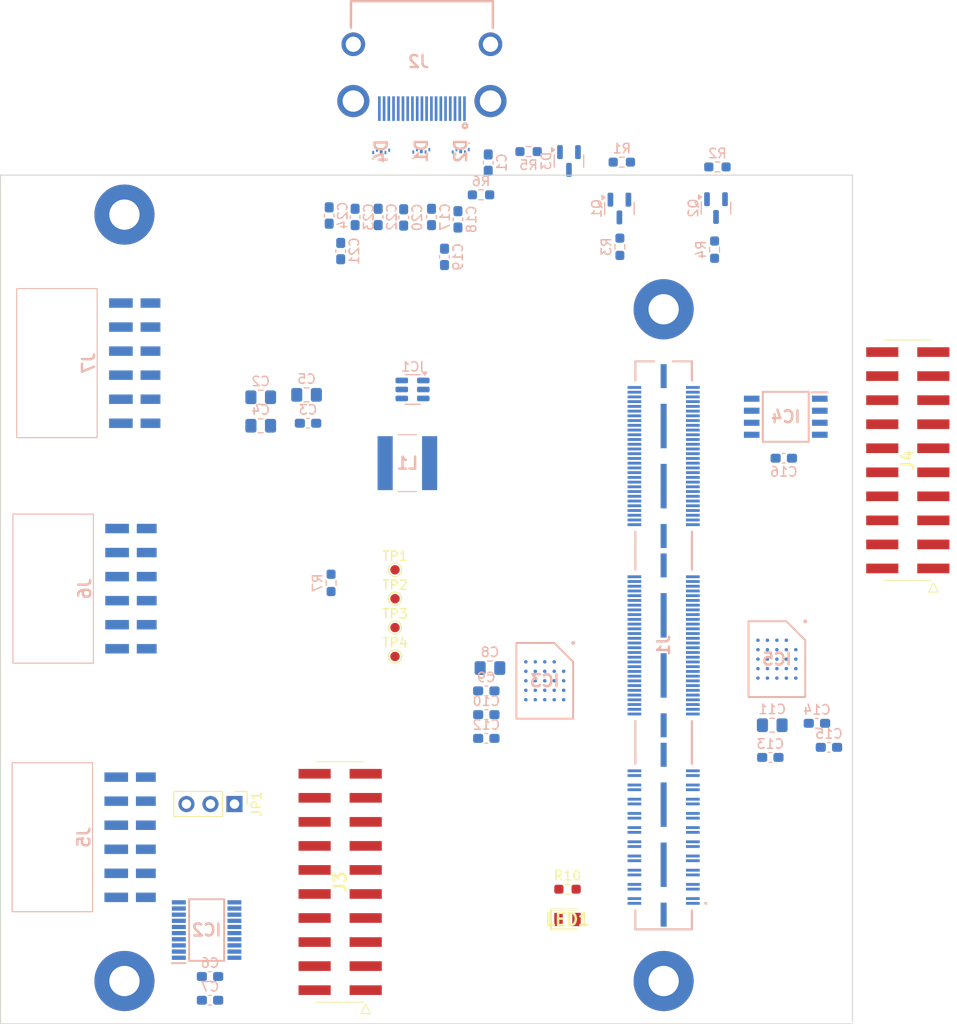
<source format=kicad_pcb>
(kicad_pcb (version 20240108) (generator "pcbnew") (generator_version "8.0")
  (layers (0 "F.Cu" signal) (31 "B.Cu" signal) (34 "B.Paste" user) (35 "F.Paste" user) (36 "B.SilkS" user "B.Silkscreen") (37 "F.SilkS" user "F.Silkscreen") (38 "B.Mask" user) (39 "F.Mask" user) (44 "Edge.Cuts" user))
  (net 0 "")
  (net 1 "/hpdet")
  (net 2 "GND")
  (net 3 "+12V")
  (net 4 "Net-(IC1-BST)")
  (net 5 "Net-(IC1-SW)")
  (net 6 "+5V")
  (net 7 "+3V3")
  (net 8 "VCCQ")
  (net 9 "/hdmi_clkp")
  (net 10 "/xhdmi_clkp")
  (net 11 "/xhdmi_clkn")
  (net 12 "/hdmi_clkn")
  (net 13 "/hdmi_d0p")
  (net 14 "/xhdmi_d0p")
  (net 15 "/xhdmi_d0n")
  (net 16 "/hdmi_d0n")
  (net 17 "/hdmi_d1p")
  (net 18 "/xhdmi_d1p")
  (net 19 "/hdmi_d1n")
  (net 20 "/xhdmi_d1n")
  (net 21 "/xhdmi_d2p")
  (net 22 "/hdmi_d2p")
  (net 23 "/hdmi_d2n")
  (net 24 "/xhdmi_d2n")
  (net 25 "/cec")
  (net 26 "/ddc_dat")
  (net 27 "/ddc_clk")
  (net 28 "Net-(D3-Pad2)")
  (net 30 "/pmod5_io1")
  (net 31 "/pmod5lv_io2")
  (net 32 "/pmod5lv_io1")
  (net 33 "/pmod5_io5")
  (net 34 "/pmod5_io6")
  (net 35 "/pmod5_io2")
  (net 36 "/pmod5lv_io7")
  (net 37 "/pmod5lv_io5")
  (net 38 "/pmod5_io3")
  (net 39 "/pmod5_io4")
  (net 40 "/pmod5lv_io0")
  (net 41 "/pmod5lv_io4")
  (net 42 "/pmod5_io7")
  (net 43 "/pmod5_io0")
  (net 44 "/pmod5lv_io6")
  (net 45 "/pmod5lv_io3")
  (net 46 "/hr2_dq4")
  (net 47 "/hf_intn")
  (net 48 "/hr2_dq5")
  (net 49 "/hr2_dq7")
  (net 50 "/hr2_rwds")
  (net 51 "/hr2_clkn")
  (net 52 "/hr2_rstn")
  (net 53 "/hr2_dq1")
  (net 54 "/hr2_clkp")
  (net 55 "/hf_psc")
  (net 56 "/hr2_dq0")
  (net 57 "/hr2_csn")
  (net 58 "/hr2_dq2")
  (net 59 "/hf_csn")
  (net 60 "/hr2_dq3")
  (net 61 "/hf_pscn")
  (net 62 "/hr2_dq6")
  (net 63 "/hf_rston")
  (net 64 "/flash_clk")
  (net 65 "/flash_io0")
  (net 66 "/flash_io1")
  (net 67 "/debug_io7")
  (net 68 "/flash_csb")
  (net 69 "/flash_io2")
  (net 70 "/hr1_dq2")
  (net 71 "/hr1_clkp")
  (net 72 "/hr1_dq3")
  (net 74 "/hr1_csn")
  (net 75 "/hr1_dq6")
  (net 77 "/hr1_dq0")
  (net 78 "/hr1_dq5")
  (net 79 "/hr1_rwds")
  (net 80 "/hr1_rstn")
  (net 81 "/hr1_dq4")
  (net 83 "/hr1_dq1")
  (net 85 "/hr1_dq7")
  (net 86 "/hr1_clkn")
  (net 88 "/pmod3_io2p")
  (net 89 "/pmod3_io6n")
  (net 90 "/debug_io3")
  (net 91 "/debug_io6")
  (net 92 "/pmod3_io4p")
  (net 93 "/ddc_dat_lv")
  (net 94 "/debug_io2")
  (net 95 "/pmod3_io0n")
  (net 96 "/pmod3_io5n")
  (net 97 "/pmod3_io2n")
  (net 98 "/debug_io0")
  (net 99 "/pmod3_io3n")
  (net 100 "/pmod3_io1p")
  (net 101 "/pmod3_io0p")
  (net 102 "/pmod3_io1n")
  (net 103 "/debug_io4")
  (net 104 "/ddc_clk_lv")
  (net 105 "/pmod3_io5p")
  (net 106 "/pmod3_io3p")
  (net 107 "/pmod3_io6p")
  (net 108 "/debug_io5")
  (net 109 "/debug_io1")
  (net 110 "/pmod3_io7n")
  (net 111 "/pmod3_io4n")
  (net 112 "/pmod3_io7p")
  (net 113 "+5P")
  (net 115 "Net-(LED1-Pad2)")
  (footprint "TestPoint:TestPoint_Pad_D1.0mm" (layer "F.Cu") (at 194.1068 114.3508)
    (property "Reference" "TP4" (at 0 -1.448 0) (layer "F.SilkS"))
    (property "Value" "TestPoint")
    (pad "1" smd circle (at 0 0) (size 1 1) (layers "F.Cu" "F.Mask") (net 2 "GND"))
  )
  (footprint "hyperram_cyclonev:1156915" (layer "F.Cu") (at 248.318 93.6244 -90)
    (property "Reference" "J4" (at 0 0 90) (layer "F.SilkS") (effects (font (size 1.27 1.27) (thickness 0.254))))
    (property "Value" "1156915" (hide yes))
    (pad "" np_thru_hole circle (at -10.16 0 270) (size 1.78 1.78) (drill 1.78) (layers "*.Cu" "*.Mask"))
    (pad "" np_thru_hole circle (at 10.16 0 270) (size 1.78 1.78) (drill 1.78) (layers "*.Cu" "*.Mask"))
    (pad "1" smd rect (at 11.43 -2.7 270) (size 1.02 3.4) (layers "F.Cu" "F.Paste" "F.Mask") (net 2 "GND"))
    (pad "2" smd rect (at 8.89 -2.7 270) (size 1.02 3.4) (layers "F.Cu" "F.Paste" "F.Mask") (net 2 "GND"))
    (pad "3" smd rect (at 6.35 -2.7 270) (size 1.02 3.4) (layers "F.Cu" "F.Paste" "F.Mask") (net 2 "GND"))
    (pad "4" smd rect (at 3.81 -2.7 270) (size 1.02 3.4) (layers "F.Cu" "F.Paste" "F.Mask") (net 2 "GND"))
    (pad "5" smd rect (at 1.27 -2.7 270) (size 1.02 3.4) (layers "F.Cu" "F.Paste" "F.Mask") (net 2 "GND"))
    (pad "6" smd rect (at -1.27 -2.7 270) (size 1.02 3.4) (layers "F.Cu" "F.Paste" "F.Mask") (net 2 "GND"))
    (pad "7" smd rect (at -3.81 -2.7 270) (size 1.02 3.4) (layers "F.Cu" "F.Paste" "F.Mask") (net 2 "GND"))
    (pad "8" smd rect (at -6.35 -2.7 270) (size 1.02 3.4) (layers "F.Cu" "F.Paste" "F.Mask") (net 2 "GND"))
    (pad "9" smd rect (at -8.89 -2.7 270) (size 1.02 3.4) (layers "F.Cu" "F.Paste" "F.Mask") (net 2 "GND"))
    (pad "10" smd rect (at -11.43 -2.7 270) (size 1.02 3.4) (layers "F.Cu" "F.Paste" "F.Mask") (net 2 "GND"))
    (pad "11" smd rect (at 11.43 2.7 270) (size 1.02 3.4) (layers "F.Cu" "F.Paste" "F.Mask") (net 2 "GND"))
    (pad "12" smd rect (at 8.89 2.7 270) (size 1.02 3.4) (layers "F.Cu" "F.Paste" "F.Mask") (net 98 "/debug_io0"))
    (pad "13" smd rect (at 6.35 2.7 270) (size 1.02 3.4) (layers "F.Cu" "F.Paste" "F.Mask") (net 109 "/debug_io1"))
    (pad "14" smd rect (at 3.81 2.7 270) (size 1.02 3.4) (layers "F.Cu" "F.Paste" "F.Mask") (net 94 "/debug_io2"))
    (pad "15" smd rect (at 1.27 2.7 270) (size 1.02 3.4) (layers "F.Cu" "F.Paste" "F.Mask") (net 90 "/debug_io3"))
    (pad "16" smd rect (at -1.27 2.7 270) (size 1.02 3.4) (layers "F.Cu" "F.Paste" "F.Mask") (net 103 "/debug_io4"))
    (pad "17" smd rect (at -3.81 2.7 270) (size 1.02 3.4) (layers "F.Cu" "F.Paste" "F.Mask") (net 108 "/debug_io5"))
    (pad "18" smd rect (at -6.35 2.7 270) (size 1.02 3.4) (layers "F.Cu" "F.Paste" "F.Mask") (net 91 "/debug_io6"))
    (pad "19" smd rect (at -8.89 2.7 270) (size 1.02 3.4) (layers "F.Cu" "F.Paste" "F.Mask") (net 67 "/debug_io7"))
    (pad "20" smd rect (at -11.43 2.7 270) (size 1.02 3.4) (layers "F.Cu" "F.Paste" "F.Mask") (net 2 "GND"))
  )
  (footprint "Resistor_SMD:R_0603_1608Metric_Pad0.98x0.95mm_HandSolder" (layer "F.Cu") (at 212.344 138.938)
    (property "Reference" "R10" (at 0 -1.43 0) (layer "F.SilkS"))
    (property "Value" "220")
    (pad "1" smd roundrect (at -0.9125 0) (size 0.975 0.95) (layers "F.Cu" "F.Paste" "F.Mask") (net 7 "+3V3"))
    (pad "2" smd roundrect (at 0.9125 0) (size 0.975 0.95) (layers "F.Cu" "F.Paste" "F.Mask") (net 115 "Net-(LED1-Pad2)"))
  )
  (footprint "hyperram_cyclonev:1156915" (layer "F.Cu") (at 188.308 138.176 -90)
    (property "Reference" "J3" (at 0 0 90) (layer "F.SilkS") (effects (font (size 1.27 1.27) (thickness 0.254))))
    (property "Value" "1156915" (hide yes))
    (pad "" np_thru_hole circle (at -10.16 0 270) (size 1.78 1.78) (drill 1.78) (layers "*.Cu" "*.Mask"))
    (pad "" np_thru_hole circle (at 10.16 0 270) (size 1.78 1.78) (drill 1.78) (layers "*.Cu" "*.Mask"))
    (pad "1" smd rect (at 11.43 -2.7 270) (size 1.02 3.4) (layers "F.Cu" "F.Paste" "F.Mask") (net 2 "GND"))
    (pad "2" smd rect (at 8.89 -2.7 270) (size 1.02 3.4) (layers "F.Cu" "F.Paste" "F.Mask") (net 40 "/pmod5lv_io0"))
    (pad "3" smd rect (at 6.35 -2.7 270) (size 1.02 3.4) (layers "F.Cu" "F.Paste" "F.Mask") (net 32 "/pmod5lv_io1"))
    (pad "4" smd rect (at 3.81 -2.7 270) (size 1.02 3.4) (layers "F.Cu" "F.Paste" "F.Mask") (net 31 "/pmod5lv_io2"))
    (pad "5" smd rect (at 1.27 -2.7 270) (size 1.02 3.4) (layers "F.Cu" "F.Paste" "F.Mask") (net 45 "/pmod5lv_io3"))
    (pad "6" smd rect (at -1.27 -2.7 270) (size 1.02 3.4) (layers "F.Cu" "F.Paste" "F.Mask") (net 41 "/pmod5lv_io4"))
    (pad "7" smd rect (at -3.81 -2.7 270) (size 1.02 3.4) (layers "F.Cu" "F.Paste" "F.Mask") (net 37 "/pmod5lv_io5"))
    (pad "8" smd rect (at -6.35 -2.7 270) (size 1.02 3.4) (layers "F.Cu" "F.Paste" "F.Mask") (net 44 "/pmod5lv_io6"))
    (pad "9" smd rect (at -8.89 -2.7 270) (size 1.02 3.4) (layers "F.Cu" "F.Paste" "F.Mask") (net 36 "/pmod5lv_io7"))
    (pad "10" smd rect (at -11.43 -2.7 270) (size 1.02 3.4) (layers "F.Cu" "F.Paste" "F.Mask") (net 2 "GND"))
    (pad "11" smd rect (at 11.43 2.7 270) (size 1.02 3.4) (layers "F.Cu" "F.Paste" "F.Mask") (net 2 "GND"))
    (pad "12" smd rect (at 8.89 2.7 270) (size 1.02 3.4) (layers "F.Cu" "F.Paste" "F.Mask") (net 2 "GND"))
    (pad "13" smd rect (at 6.35 2.7 270) (size 1.02 3.4) (layers "F.Cu" "F.Paste" "F.Mask") (net 2 "GND"))
    (pad "14" smd rect (at 3.81 2.7 270) (size 1.02 3.4) (layers "F.Cu" "F.Paste" "F.Mask") (net 2 "GND"))
    (pad "15" smd rect (at 1.27 2.7 270) (size 1.02 3.4) (layers "F.Cu" "F.Paste" "F.Mask") (net 2 "GND"))
    (pad "16" smd rect (at -1.27 2.7 270) (size 1.02 3.4) (layers "F.Cu" "F.Paste" "F.Mask") (net 2 "GND"))
    (pad "17" smd rect (at -3.81 2.7 270) (size 1.02 3.4) (layers "F.Cu" "F.Paste" "F.Mask") (net 2 "GND"))
    (pad "18" smd rect (at -6.35 2.7 270) (size 1.02 3.4) (layers "F.Cu" "F.Paste" "F.Mask") (net 2 "GND"))
    (pad "19" smd rect (at -8.89 2.7 270) (size 1.02 3.4) (layers "F.Cu" "F.Paste" "F.Mask") (net 2 "GND"))
    (pad "20" smd rect (at -11.43 2.7 270) (size 1.02 3.4) (layers "F.Cu" "F.Paste" "F.Mask") (net 2 "GND"))
  )
  (footprint "hyperram_cyclonev:LEDC2012X80N" (layer "F.Cu") (at 212.344 142.1384)
    (property "Reference" "LED1" (at 0 0 0) (layer "F.SilkS") (effects (font (size 1.27 1.27) (thickness 0.254))))
    (property "Value" "150080VS75000" (hide yes))
    (pad "1" smd rect (at -0.95 0) (size 0.9 1.4) (layers "F.Cu" "F.Paste" "F.Mask") (net 2 "GND"))
    (pad "2" smd rect (at 0.95 0) (size 0.9 1.4) (layers "F.Cu" "F.Paste" "F.Mask") (net 115 "Net-(LED1-Pad2)"))
  )
  (footprint "TestPoint:TestPoint_Pad_D1.0mm" (layer "F.Cu") (at 194.1068 111.3008)
    (property "Reference" "TP3" (at 0 -1.448 0) (layer "F.SilkS"))
    (property "Value" "TestPoint")
    (pad "1" smd circle (at 0 0) (size 1 1) (layers "F.Cu" "F.Mask") (net 3 "+12V"))
  )
  (footprint "TestPoint:TestPoint_Pad_D1.0mm" (layer "F.Cu") (at 194.1068 105.2008)
    (property "Reference" "TP1" (at 0 -1.448 0) (layer "F.SilkS"))
    (property "Value" "TestPoint")
    (pad "1" smd circle (at 0 0) (size 1 1) (layers "F.Cu" "F.Mask") (net 7 "+3V3"))
  )
  (footprint "Connector_PinHeader_2.54mm:PinHeader_1x03_P2.54mm_Vertical" (layer "F.Cu") (at 177.1396 129.9464 -90)
    (property "Reference" "JP1" (at 0 -2.33 90) (layer "F.SilkS"))
    (property "Value" "Jumper_3_Bridged12")
    (pad "1" thru_hole rect (at 0 0 270) (size 1.7 1.7) (drill 1) (layers "*.Cu" "*.Mask") (net 7 "+3V3"))
    (pad "2" thru_hole oval (at 0 2.54 270) (size 1.7 1.7) (drill 1) (layers "*.Cu" "*.Mask") (net 8 "VCCQ"))
    (pad "3" thru_hole oval (at 0 5.08 270) (size 1.7 1.7) (drill 1) (layers "*.Cu" "*.Mask") (net 6 "+5V"))
  )
  (footprint "TestPoint:TestPoint_Pad_D1.0mm" (layer "F.Cu") (at 194.1068 108.2508)
    (property "Reference" "TP2" (at 0 -1.448 0) (layer "F.SilkS"))
    (property "Value" "TestPoint")
    (pad "1" smd circle (at 0 0) (size 1 1) (layers "F.Cu" "F.Mask") (net 6 "+5V"))
  )
  (footprint "hyperram_cyclonev:SESD0802Q4UG0020090" (layer "B.Cu") (at 192.6472 60.9874 -90)
    (property "Reference" "D4" (at 0 0 90) (layer "B.SilkS") (effects (font (size 1.27 1.27) (thickness 0.254)) (justify mirror)))
    (property "Value" "SESD0802Q4UG-0020-090" (hide yes))
    (pad "1" smd rect (at 0.125 0.85 180) (size 0.2 0.35) (layers "B.Cu" "B.Paste" "B.Mask") (net 20 "/xhdmi_d1n"))
    (pad "2" smd rect (at 0.125 -0.45 180) (size 0.2 0.35) (layers "B.Cu" "B.Paste" "B.Mask") (net 24 "/xhdmi_d2n"))
    (pad "3" smd rect (at -0.125 -0.85 180) (size 0.2 0.35) (layers "B.Cu" "B.Paste" "B.Mask") (net 2 "GND"))
    (pad "4" smd rect (at -0.125 0.45 180) (size 0.2 0.35) (layers "B.Cu" "B.Paste" "B.Mask") (net 21 "/xhdmi_d2p"))
    (pad "5" smd rect (at 0 0 180) (size 0.3 0.5) (layers "B.Cu" "B.Paste" "B.Mask") (net 18 "/xhdmi_d1p"))
  )
  (footprint "Resistor_SMD:R_0603_1608Metric_Pad0.98x0.95mm_HandSolder" (layer "B.Cu") (at 187.3504 106.5784 -90)
    (property "Reference" "R7" (at 0 1.43 90) (layer "B.SilkS") (effects (justify mirror)))
    (property "Value" "0R")
    (pad "1" smd roundrect (at -0.9125 0 270) (size 0.975 0.95) (layers "B.Cu" "B.Paste" "B.Mask") (net 113 "+5P"))
    (pad "2" smd roundrect (at 0.9125 0 270) (size 0.975 0.95) (layers "B.Cu" "B.Paste" "B.Mask") (net 6 "+5V"))
  )
  (footprint "hyperram_cyclonev:NRS6028T4R7MMGK" (layer "B.Cu") (at 195.4144 93.9292)
    (property "Reference" "L1" (at 0 0 360) (layer "B.SilkS") (effects (font (size 1.27 1.27) (thickness 0.254)) (justify mirror)))
    (property "Value" "NRS6028T4R7MMGKV" (hide yes))
    (pad "1" smd rect (at -2.35 0) (size 1.6 5.7) (layers "B.Cu" "B.Paste" "B.Mask") (net 5 "Net-(IC1-SW)"))
    (pad "2" smd rect (at 2.35 0) (size 1.6 5.7) (layers "B.Cu" "B.Paste" "B.Mask") (net 6 "+5V"))
  )
  (footprint "Capacitor_SMD:C_0603_1608Metric_Pad1.08x0.95mm_HandSolder" (layer "B.Cu") (at 189.8904 67.9196 90)
    (property "Reference" "C23" (at 0 1.43 270) (layer "B.SilkS") (effects (justify mirror)))
    (property "Value" "100n")
    (pad "1" smd roundrect (at -0.8625 0 90) (size 1.075 0.95) (layers "B.Cu" "B.Paste" "B.Mask") (net 22 "/hdmi_d2p"))
    (pad "2" smd roundrect (at 0.8625 0 90) (size 1.075 0.95) (layers "B.Cu" "B.Paste" "B.Mask") (net 21 "/xhdmi_d2p"))
  )
  (footprint "Capacitor_SMD:C_0603_1608Metric_Pad1.08x0.95mm_HandSolder" (layer "B.Cu") (at 195.0212 67.9704 90)
    (property "Reference" "C20" (at 0 1.43 270) (layer "B.SilkS") (effects (justify mirror)))
    (property "Value" "100n")
    (pad "1" smd roundrect (at -0.8625 0 90) (size 1.075 0.95) (layers "B.Cu" "B.Paste" "B.Mask") (net 16 "/hdmi_d0n"))
    (pad "2" smd roundrect (at 0.8625 0 90) (size 1.075 0.95) (layers "B.Cu" "B.Paste" "B.Mask") (net 15 "/xhdmi_d0n"))
  )
  (footprint "Capacitor_SMD:C_0603_1608Metric_Pad1.08x0.95mm_HandSolder" (layer "B.Cu") (at 200.7616 68.1736 90)
    (property "Reference" "C18" (at 0 1.43 270) (layer "B.SilkS") (effects (justify mirror)))
    (property "Value" "100n")
    (pad "1" smd roundrect (at -0.8625 0 90) (size 1.075 0.95) (layers "B.Cu" "B.Paste" "B.Mask") (net 12 "/hdmi_clkn"))
    (pad "2" smd roundrect (at 0.8625 0 90) (size 1.075 0.95) (layers "B.Cu" "B.Paste" "B.Mask") (net 11 "/xhdmi_clkn"))
  )
  (footprint "Capacitor_SMD:C_0603_1608Metric_Pad1.08x0.95mm_HandSolder" (layer "B.Cu") (at 188.3664 71.5264 90)
    (property "Reference" "C21" (at 0 1.43 270) (layer "B.SilkS") (effects (justify mirror)))
    (property "Value" "100n")
    (pad "1" smd roundrect (at -0.8625 0 90) (size 1.075 0.95) (layers "B.Cu" "B.Paste" "B.Mask") (net 17 "/hdmi_d1p"))
    (pad "2" smd roundrect (at 0.8625 0 90) (size 1.075 0.95) (layers "B.Cu" "B.Paste" "B.Mask") (net 18 "/xhdmi_d1p"))
  )
  (footprint "Capacitor_SMD:C_0603_1608Metric_Pad1.08x0.95mm_HandSolder" (layer "B.Cu") (at 184.9109 89.7128 180)
    (property "Reference" "C3" (at 0 1.43 180) (layer "B.SilkS") (effects (justify mirror)))
    (property "Value" "100n")
    (pad "1" smd roundrect (at -0.8625 0 180) (size 1.075 0.95) (layers "B.Cu" "B.Paste" "B.Mask") (net 4 "Net-(IC1-BST)"))
    (pad "2" smd roundrect (at 0.8625 0 180) (size 1.075 0.95) (layers "B.Cu" "B.Paste" "B.Mask") (net 5 "Net-(IC1-SW)"))
  )
  (footprint "Capacitor_SMD:C_0805_2012Metric_Pad1.18x1.45mm_HandSolder" (layer "B.Cu") (at 179.911 86.9692 180)
    (property "Reference" "C2" (at 0 1.68 180) (layer "B.SilkS") (effects (justify mirror)))
    (property "Value" "22uF")
    (pad "1" smd roundrect (at -1.0375 0 180) (size 1.175 1.45) (layers "B.Cu" "B.Paste" "B.Mask") (roundrect_rratio 0.212766) (net 3 "+12V"))
    (pad "2" smd roundrect (at 1.0375 0 180) (size 1.175 1.45) (layers "B.Cu" "B.Paste" "B.Mask") (roundrect_rratio 0.212766) (net 2 "GND"))
  )
  (footprint "hyperram_cyclonev:SOP65P640X120-20N" (layer "B.Cu") (at 174.1932 143.256)
    (property "Reference" "IC2" (at 0 0 360) (layer "B.SilkS") (effects (font (size 1.27 1.27) (thickness 0.254)) (justify mirror)))
    (property "Value" "TXB0108PWR" (hide yes))
    (pad "1" smd rect (at -2.938 2.925 270) (size 0.45 1.475) (layers "B.Cu" "B.Paste" "B.Mask") (net 40 "/pmod5lv_io0"))
    (pad "2" smd rect (at -2.938 2.275 270) (size 0.45 1.475) (layers "B.Cu" "B.Paste" "B.Mask") (net 7 "+3V3"))
    (pad "3" smd rect (at -2.938 1.625 270) (size 0.45 1.475) (layers "B.Cu" "B.Paste" "B.Mask") (net 32 "/pmod5lv_io1"))
    (pad "4" smd rect (at -2.938 0.975 270) (size 0.45 1.475) (layers "B.Cu" "B.Paste" "B.Mask") (net 31 "/pmod5lv_io2"))
    (pad "5" smd rect (at -2.938 0.325 270) (size 0.45 1.475) (layers "B.Cu" "B.Paste" "B.Mask") (net 45 "/pmod5lv_io3"))
    (pad "6" smd rect (at -2.938 -0.325 270) (size 0.45 1.475) (layers "B.Cu" "B.Paste" "B.Mask") (net 41 "/pmod5lv_io4"))
    (pad "7" smd rect (at -2.938 -0.975 270) (size 0.45 1.475) (layers "B.Cu" "B.Paste" "B.Mask") (net 37 "/pmod5lv_io5"))
    (pad "8" smd rect (at -2.938 -1.625 270) (size 0.45 1.475) (layers "B.Cu" "B.Paste" "B.Mask") (net 44 "/pmod5lv_io6"))
    (pad "9" smd rect (at -2.938 -2.275 270) (size 0.45 1.475) (layers "B.Cu" "B.Paste" "B.Mask") (net 36 "/pmod5lv_io7"))
    (pad "10" smd rect (at -2.938 -2.925 270) (size 0.45 1.475) (layers "B.Cu" "B.Paste" "B.Mask") (net 7 "+3V3"))
    (pad "11" smd rect (at 2.938 -2.925 270) (size 0.45 1.475) (layers "B.Cu" "B.Paste" "B.Mask") (net 2 "GND"))
    (pad "12" smd rect (at 2.938 -2.275 270) (size 0.45 1.475) (layers "B.Cu" "B.Paste" "B.Mask") (net 42 "/pmod5_io7"))
    (pad "13" smd rect (at 2.938 -1.625 270) (size 0.45 1.475) (layers "B.Cu" "B.Paste" "B.Mask") (net 34 "/pmod5_io6"))
    (pad "14" smd rect (at 2.938 -0.975 270) (size 0.45 1.475) (layers "B.Cu" "B.Paste" "B.Mask") (net 33 "/pmod5_io5"))
    (pad "15" smd rect (at 2.938 -0.325 270) (size 0.45 1.475) (layers "B.Cu" "B.Paste" "B.Mask") (net 39 "/pmod5_io4"))
    (pad "16" smd rect (at 2.938 0.325 270) (size 0.45 1.475) (layers "B.Cu" "B.Paste" "B.Mask") (net 38 "/pmod5_io3"))
    (pad "17" smd rect (at 2.938 0.975 270) (size 0.45 1.475) (layers "B.Cu" "B.Paste" "B.Mask") (net 35 "/pmod5_io2"))
    (pad "18" smd rect (at 2.938 1.625 270) (size 0.45 1.475) (layers "B.Cu" "B.Paste" "B.Mask") (net 30 "/pmod5_io1"))
    (pad "19" smd rect (at 2.938 2.275 270) (size 0.45 1.475) (layers "B.Cu" "B.Paste" "B.Mask") (net 8 "VCCQ"))
    (pad "20" smd rect (at 2.938 2.925 270) (size 0.45 1.475) (layers "B.Cu" "B.Paste" "B.Mask") (net 43 "/pmod5_io0"))
  )
  (footprint "Capacitor_SMD:C_0603_1608Metric_Pad1.08x0.95mm_HandSolder" (layer "B.Cu") (at 174.5499 148.1628 180)
    (property "Reference" "C6" (at 0 1.43 180) (layer "B.SilkS") (effects (justify mirror)))
    (property "Value" "100n")
    (pad "1" smd roundrect (at -0.8625 0 180) (size 1.075 0.95) (layers "B.Cu" "B.Paste" "B.Mask") (net 7 "+3V3"))
    (pad "2" smd roundrect (at 0.8625 0 180) (size 1.075 0.95) (layers "B.Cu" "B.Paste" "B.Mask") (net 2 "GND"))
  )
  (footprint "Capacitor_SMD:C_0603_1608Metric_Pad1.08x0.95mm_HandSolder" (layer "B.Cu") (at 203.7599 120.4976 180)
    (property "Reference" "C10" (at 0 1.43 180) (layer "B.SilkS") (effects (justify mirror)))
    (property "Value" "100n")
    (pad "1" smd roundrect (at -0.8625 0 180) (size 1.075 0.95) (layers "B.Cu" "B.Paste" "B.Mask") (net 7 "+3V3"))
    (pad "2" smd roundrect (at 0.8625 0 180) (size 1.075 0.95) (layers "B.Cu" "B.Paste" "B.Mask") (net 2 "GND"))
  )
  (footprint "hyperram_cyclonev:610112249221" (layer "B.Cu") (at 160.7888 107.186 -90)
    (property "Reference" "J6" (at 0.002 -0.525 90) (layer "B.SilkS") (effects (font (size 1.27 1.27) (thickness 0.254)) (justify mirror)))
    (property "Value" "Conn_02x06_Odd_Even" (hide yes))
    (pad "" np_thru_hole circle (at -5.078 0.07 270) (size 0.001 0.001) (drill 1.4) (layers "*.Cu" "*.Mask"))
    (pad "" np_thru_hole circle (at 5.082 0.07 270) (size 0.001 0.001) (drill 1.4) (layers "*.Cu" "*.Mask"))
    (pad "1" smd rect (at 6.352 -3.94 270) (size 1 2.5) (layers "B.Cu" "B.Paste" "B.Mask") (net 99 "/pmod3_io3n"))
    (pad "2" smd rect (at 6.352 -7.07 270) (size 1 2.1) (layers "B.Cu" "B.Paste" "B.Mask") (net 106 "/pmod3_io3p"))
    (pad "3" smd rect (at 3.812 -3.94 270) (size 1 2.5) (layers "B.Cu" "B.Paste" "B.Mask") (net 97 "/pmod3_io2n"))
    (pad "4" smd rect (at 3.812 -7.07 270) (size 1 2.1) (layers "B.Cu" "B.Paste" "B.Mask") (net 88 "/pmod3_io2p"))
    (pad "5" smd rect (at 1.272 -3.94 270) (size 1 2.5) (layers "B.Cu" "B.Paste" "B.Mask") (net 102 "/pmod3_io1n"))
    (pad "6" smd rect (at 1.272 -7.07 270) (size 1 2.1) (layers "B.Cu" "B.Paste" "B.Mask") (net 100 "/pmod3_io1p"))
    (pad "7" smd rect (at -1.268 -3.94 270) (size 1 2.5) (layers "B.Cu" "B.Paste" "B.Mask") (net 95 "/pmod3_io0n"))
    (pad "8" smd rect (at -1.268 -7.07 270) (size 1 2.1) (layers "B.Cu" "B.Paste" "B.Mask") (net 101 "/pmod3_io0p"))
    (pad "9" smd rect (at -3.808 -3.94 270) (size 1 2.5) (layers "B.Cu" "B.Paste" "B.Mask") (net 2 "GND"))
    (pad "10" smd rect (at -3.808 -7.07 270) (size 1 2.1) (layers "B.Cu" "B.Paste" "B.Mask") (net 2 "GND"))
    (pad "11" smd rect (at -6.348 -3.94 270) (size 1 2.5) (layers "B.Cu" "B.Paste" "B.Mask") (net 7 "+3V3"))
    (pad "12" smd rect (at -6.348 -7.07 270) (size 1 2.1) (layers "B.Cu" "B.Paste" "B.Mask") (net 7 "+3V3"))
  )
  (footprint "Capacitor_SMD:C_0603_1608Metric_Pad1.08x0.95mm_HandSolder" (layer "B.Cu") (at 174.5499 150.6728 180)
    (property "Reference" "C7" (at 0 1.43 180) (layer "B.SilkS") (effects (justify mirror)))
    (property "Value" "100n")
    (pad "1" smd roundrect (at -0.8625 0 180) (size 1.075 0.95) (layers "B.Cu" "B.Paste" "B.Mask") (net 8 "VCCQ"))
    (pad "2" smd roundrect (at 0.8625 0 180) (size 1.075 0.95) (layers "B.Cu" "B.Paste" "B.Mask") (net 2 "GND"))
  )
  (footprint "Capacitor_SMD:C_0603_1608Metric_Pad1.08x0.95mm_HandSolder" (layer "B.Cu") (at 203.7599 117.9876 180)
    (property "Reference" "C9" (at 0 1.43 180) (layer "B.SilkS") (effects (justify mirror)))
    (property "Value" "100n")
    (pad "1" smd roundrect (at -0.8625 0 180) (size 1.075 0.95) (layers "B.Cu" "B.Paste" "B.Mask") (net 7 "+3V3"))
    (pad "2" smd roundrect (at 0.8625 0 180) (size 1.075 0.95) (layers "B.Cu" "B.Paste" "B.Mask") (net 2 "GND"))
  )
  (footprint "Package_TO_SOT_SMD:SOT-23" (layer "B.Cu") (at 228.0412 66.9821 -90)
    (property "Reference" "Q2" (at 0 2.4 90) (layer "B.SilkS") (effects (justify mirror)))
    (property "Value" "BSS138")
    (pad "1" smd roundrect (at -0.9375 0.95 270) (size 1.475 0.6) (layers "B.Cu" "B.Paste" "B.Mask") (net 7 "+3V3"))
    (pad "2" smd roundrect (at -0.9375 -0.95 270) (size 1.475 0.6) (layers "B.Cu" "B.Paste" "B.Mask") (net 93 "/ddc_dat_lv"))
    (pad "3" smd roundrect (at 0.9375 0 270) (size 1.475 0.6) (layers "B.Cu" "B.Paste" "B.Mask") (net 26 "/ddc_dat"))
  )
  (footprint "Capacitor_SMD:C_0603_1608Metric_Pad1.08x0.95mm_HandSolder" (layer "B.Cu") (at 239.9803 123.952 180)
    (property "Reference" "C15" (at 0 1.43 180) (layer "B.SilkS") (effects (justify mirror)))
    (property "Value" "100n")
    (pad "1" smd roundrect (at -0.8625 0 180) (size 1.075 0.95) (layers "B.Cu" "B.Paste" "B.Mask") (net 7 "+3V3"))
    (pad "2" smd roundrect (at 0.8625 0 180) (size 1.075 0.95) (layers "B.Cu" "B.Paste" "B.Mask") (net 2 "GND"))
  )
  (footprint "Capacitor_SMD:C_0603_1608Metric_Pad1.08x0.95mm_HandSolder" (layer "B.Cu") (at 199.3392 72.136 90)
    (property "Reference" "C19" (at 0 1.43 270) (layer "B.SilkS") (effects (justify mirror)))
    (property "Value" "100n")
    (pad "1" smd roundrect (at -0.8625 0 90) (size 1.075 0.95) (layers "B.Cu" "B.Paste" "B.Mask") (net 13 "/hdmi_d0p"))
    (pad "2" smd roundrect (at 0.8625 0 90) (size 1.075 0.95) (layers "B.Cu" "B.Paste" "B.Mask") (net 14 "/xhdmi_d0p"))
  )
  (footprint "Resistor_SMD:R_0603_1608Metric_Pad0.98x0.95mm_HandSolder" (layer "B.Cu") (at 228.1936 62.6364 180)
    (property "Reference" "R2" (at 0 1.43 180) (layer "B.SilkS") (effects (justify mirror)))
    (property "Value" "4k7")
    (pad "1" smd roundrect (at -0.9125 0 180) (size 0.975 0.95) (layers "B.Cu" "B.Paste" "B.Mask") (net 93 "/ddc_dat_lv"))
    (pad "2" smd roundrect (at 0.9125 0 180) (size 0.975 0.95) (layers "B.Cu" "B.Paste" "B.Mask") (net 7 "+3V3"))
  )
  (footprint "Capacitor_SMD:C_0805_2012Metric_Pad1.18x1.45mm_HandSolder" (layer "B.Cu") (at 233.9859 121.6152 180)
    (property "Reference" "C11" (at 0 1.68 180) (layer "B.SilkS") (effects (justify mirror)))
    (property "Value" "1u 16v")
    (pad "1" smd roundrect (at -1.0375 0 180) (size 1.175 1.45) (layers "B.Cu" "B.Paste" "B.Mask") (roundrect_rratio 0.212766) (net 7 "+3V3"))
    (pad "2" smd roundrect (at 1.0375 0 180) (size 1.175 1.45) (layers "B.Cu" "B.Paste" "B.Mask") (roundrect_rratio 0.212766) (net 2 "GND"))
  )
  (footprint "hyperram_cyclonev:SESD0802Q4UG0020090" (layer "B.Cu") (at 196.8872 60.9326 -90)
    (property "Reference" "D1" (at 0 0 90) (layer "B.SilkS") (effects (font (size 1.27 1.27) (thickness 0.254)) (justify mirror)))
    (property "Value" "SESD0802Q4UG-0020-090" (hide yes))
    (pad "1" smd rect (at 0.125 0.85 180) (size 0.2 0.35) (layers "B.Cu" "B.Paste" "B.Mask") (net 11 "/xhdmi_clkn"))
    (pad "2" smd rect (at 0.125 -0.45 180) (size 0.2 0.35) (layers "B.Cu" "B.Paste" "B.Mask") (net 15 "/xhdmi_d0n"))
    (pad "3" smd rect (at -0.125 -0.85 180) (size 0.2 0.35) (layers "B.Cu" "B.Paste" "B.Mask") (net 2 "GND"))
    (pad "4" smd rect (at -0.125 0.45 180) (size 0.2 0.35) (layers "B.Cu" "B.Paste" "B.Mask") (net 14 "/xhdmi_d0p"))
    (pad "5" smd rect (at 0 0 180) (size 0.3 0.5) (layers "B.Cu" "B.Paste" "B.Mask") (net 10 "/xhdmi_clkp"))
  )
  (footprint "hyperram_cyclonev:610112249221" (layer "B.Cu") (at 160.6996 133.4496 -90)
    (property "Reference" "J5" (at 0.002 -0.525 90) (layer "B.SilkS") (effects (font (size 1.27 1.27) (thickness 0.254)) (justify mirror)))
    (property "Value" "Conn_02x06_Odd_Even" (hide yes))
    (pad "" np_thru_hole circle (at -5.078 0.07 270) (size 0.001 0.001) (drill 1.4) (layers "*.Cu" "*.Mask"))
    (pad "" np_thru_hole circle (at 5.082 0.07 270) (size 0.001 0.001) (drill 1.4) (layers "*.Cu" "*.Mask"))
    (pad "1" smd rect (at 6.352 -3.94 270) (size 1 2.5) (layers "B.Cu" "B.Paste" "B.Mask") (net 34 "/pmod5_io6"))
    (pad "2" smd rect (at 6.352 -7.07 270) (size 1 2.1) (layers "B.Cu" "B.Paste" "B.Mask") (net 42 "/pmod5_io7"))
    (pad "3" smd rect (at 3.812 -3.94 270) (size 1 2.5) (layers "B.Cu" "B.Paste" "B.Mask") (net 39 "/pmod5_io4"))
    (pad "4" smd rect (at 3.812 -7.07 270) (size 1 2.1) (layers "B.Cu" "B.Paste" "B.Mask") (net 33 "/pmod5_io5"))
    (pad "5" smd rect (at 1.272 -3.94 270) (size 1 2.5) (layers "B.Cu" "B.Paste" "B.Mask") (net 35 "/pmod5_io2"))
    (pad "6" smd rect (at 1.272 -7.07 270) (size 1 2.1) (layers "B.Cu" "B.Paste" "B.Mask") (net 38 "/pmod5_io3"))
    (pad "7" smd rect (at -1.268 -3.94 270) (size 1 2.5) (layers "B.Cu" "B.Paste" "B.Mask") (net 43 "/pmod5_io0"))
    (pad "8" smd rect (at -1.268 -7.07 270) (size 1 2.1) (layers "B.Cu" "B.Paste" "B.Mask") (net 30 "/pmod5_io1"))
    (pad "9" smd rect (at -3.808 -3.94 270) (size 1 2.5) (layers "B.Cu" "B.Paste" "B.Mask") (net 2 "GND"))
    (pad "10" smd rect (at -3.808 -7.07 270) (size 1 2.1) (layers "B.Cu" "B.Paste" "B.Mask") (net 2 "GND"))
    (pad "11" smd rect (at -6.348 -3.94 270) (size 1 2.5) (layers "B.Cu" "B.Paste" "B.Mask") (net 8 "VCCQ"))
    (pad "12" smd rect (at -6.348 -7.07 270) (size 1 2.1) (layers "B.Cu" "B.Paste" "B.Mask") (net 8 "VCCQ"))
  )
  (footprint "Capacitor_SMD:C_0603_1608Metric_Pad1.08x0.95mm_HandSolder" (layer "B.Cu") (at 203.7599 123.0076 180)
    (property "Reference" "C12" (at 0 1.43 180) (layer "B.SilkS") (effects (justify mirror)))
    (property "Value" "100n")
    (pad "1" smd roundrect (at -0.8625 0 180) (size 1.075 0.95) (layers "B.Cu" "B.Paste" "B.Mask") (net 7 "+3V3"))
    (pad "2" smd roundrect (at 0.8625 0 180) (size 1.075 0.95) (layers "B.Cu" "B.Paste" "B.Mask") (net 2 "GND"))
  )
  (footprint "Package_TO_SOT_SMD:SOT-23" (layer "B.Cu") (at 217.8304 67.0307 -90)
    (property "Reference" "Q1" (at 0 2.4 90) (layer "B.SilkS") (effects (justify mirror)))
    (property "Value" "BSS138")
    (pad "1" smd roundrect (at -0.9375 0.95 270) (size 1.475 0.6) (layers "B.Cu" "B.Paste" "B.Mask") (net 7 "+3V3"))
    (pad "2" smd roundrect (at -0.9375 -0.95 270) (size 1.475 0.6) (layers "B.Cu" "B.Paste" "B.Mask") (net 104 "/ddc_clk_lv"))
    (pad "3" smd roundrect (at 0.9375 0 270) (size 1.475 0.6) (layers "B.Cu" "B.Paste" "B.Mask") (net 27 "/ddc_clk"))
  )
  (footprint "hyperram_cyclonev:SESD0802Q4UG0020090" (layer "B.Cu") (at 201.0528 60.9326 90)
    (property "Reference" "D2" (at 0 0 270) (layer "B.SilkS") (effects (font (size 1.27 1.27) (thickness 0.254)) (justify mirror)))
    (property "Value" "SESD0802Q4UG-0020-090" (hide yes))
    (pad "1" smd rect (at 0.125 0.85) (size 0.2 0.35) (layers "B.Cu" "B.Paste" "B.Mask") (net 25 "/cec"))
    (pad "2" smd rect (at 0.125 -0.45) (size 0.2 0.35) (layers "B.Cu" "B.Paste" "B.Mask") (net 1 "/hpdet"))
    (pad "3" smd rect (at -0.125 -0.85) (size 0.2 0.35) (layers "B.Cu" "B.Paste" "B.Mask") (net 2 "GND"))
    (pad "4" smd rect (at -0.125 0.45) (size 0.2 0.35) (layers "B.Cu" "B.Paste" "B.Mask") (net 27 "/ddc_clk"))
    (pad "5" smd rect (at 0 0) (size 0.3 0.5) (layers "B.Cu" "B.Paste" "B.Mask") (net 26 "/ddc_dat"))
  )
  (footprint "Capacitor_SMD:C_0603_1608Metric_Pad1.08x0.95mm_HandSolder" (layer "B.Cu") (at 238.7103 121.412 180)
    (property "Reference" "C14" (at 0 1.43 180) (layer "B.SilkS") (effects (justify mirror)))
    (property "Value" "100n")
    (pad "1" smd roundrect (at -0.8625 0 180) (size 1.075 0.95) (layers "B.Cu" "B.Paste" "B.Mask") (net 7 "+3V3"))
    (pad "2" smd roundrect (at 0.8625 0 180) (size 1.075 0.95) (layers "B.Cu" "B.Paste" "B.Mask") (net 2 "GND"))
  )
  (footprint "Resistor_SMD:R_0603_1608Metric_Pad0.98x0.95mm_HandSolder" (layer "B.Cu") (at 208.2292 61.0108)
    (property "Reference" "R5" (at 0 1.43 360) (layer "B.SilkS") (effects (justify mirror)))
    (property "Value" "27k")
    (pad "1" smd roundrect (at -0.9125 0) (size 0.975 0.95) (layers "B.Cu" "B.Paste" "B.Mask") (net 28 "Net-(D3-Pad2)"))
    (pad "2" smd roundrect (at 0.9125 0) (size 0.975 0.95) (layers "B.Cu" "B.Paste" "B.Mask") (net 25 "/cec"))
  )
  (footprint "hyperram_cyclonev:SOIC127P790X216-8N" (layer "B.Cu") (at 235.414 89.027 180)
    (property "Reference" "IC4" (at 0 0 180) (layer "B.SilkS") (effects (font (size 1.27 1.27) (thickness 0.254)) (justify mirror)))
    (property "Value" "W25Q32JVSSIQ_TR" (hide yes))
    (pad "1" smd rect (at -3.6 1.905 90) (size 0.65 1.65) (layers "B.Cu" "B.Paste" "B.Mask") (net 68 "/flash_csb"))
    (pad "2" smd rect (at -3.6 0.635 90) (size 0.65 1.65) (layers "B.Cu" "B.Paste" "B.Mask") (net 66 "/flash_io1"))
    (pad "3" smd rect (at -3.6 -0.635 90) (size 0.65 1.65) (layers "B.Cu" "B.Paste" "B.Mask") (net 69 "/flash_io2"))
    (pad "4" smd rect (at -3.6 -1.905 90) (size 0.65 1.65) (layers "B.Cu" "B.Paste" "B.Mask") (net 2 "GND"))
    (pad "5" smd rect (at 3.6 -1.905 90) (size 0.65 1.65) (layers "B.Cu" "B.Paste" "B.Mask") (net 65 "/flash_io0"))
    (pad "6" smd rect (at 3.6 -0.635 90) (size 0.65 1.65) (layers "B.Cu" "B.Paste" "B.Mask") (net 64 "/flash_clk"))
    (pad "7" smd rect (at 3.6 0.635 90) (size 0.65 1.65) (layers "B.Cu" "B.Paste" "B.Mask") (net 67 "/debug_io7"))
    (pad "8" smd rect (at 3.6 1.905 90) (size 0.65 1.65) (layers "B.Cu" "B.Paste" "B.Mask") (net 7 "+3V3"))
  )
  (footprint "Capacitor_SMD:C_0603_1608Metric_Pad1.08x0.95mm_HandSolder" (layer "B.Cu") (at 192.3288 67.9185 90)
    (property "Reference" "C22" (at 0 1.43 270) (layer "B.SilkS") (effects (justify mirror)))
    (property "Value" "100n")
    (pad "1" smd roundrect (at -0.8625 0 90) (size 1.075 0.95) (layers "B.Cu" "B.Paste" "B.Mask") (net 19 "/hdmi_d1n"))
    (pad "2" smd roundrect (at 0.8625 0 90) (size 1.075 0.95) (layers "B.Cu" "B.Paste" "B.Mask") (net 20 "/xhdmi_d1n"))
  )
  (footprint "hyperram_cyclonev:ASP12295201" (layer "B.Cu") (at 222.504 113.1824 90)
    (property "Reference" "J1" (at 0 0 -90) (layer "B.SilkS") (effects (font (size 1.27 1.27) (thickness 0.254)) (justify mirror)))
    (property "Value" "ASP-122952-01" (hide yes))
    (pad "" np_thru_hole circle (at -29.24 2.03 90) (size 1.02 1.02) (drill 1.02) (layers "*.Cu" "*.Mask"))
    (pad "" np_thru_hole circle (at 29.24 2.03 90) (size 1.02 1.02) (drill 1.02) (layers "*.Cu" "*.Mask"))
    (pad "1" smd rect (at -27.25 3.09 90) (size 0.3 1.45) (layers "B.Cu" "B.Paste" "B.Mask"))
    (pad "2" smd rect (at -27.25 -3.09 90) (size 0.3 1.45) (layers "B.Cu" "B.Paste" "B.Mask"))
    (pad "3" smd rect (at -26.75 3.09 90) (size 0.3 1.45) (layers "B.Cu" "B.Paste" "B.Mask"))
    (pad "4" smd rect (at -26.75 -3.09 90) (size 0.3 1.45) (layers "B.Cu" "B.Paste" "B.Mask"))
    (pad "5" smd rect (at -25.75 3.09 90) (size 0.3 1.45) (layers "B.Cu" "B.Paste" "B.Mask"))
    (pad "6" smd rect (at -25.75 -3.09 90) (size 0.3 1.45) (layers "B.Cu" "B.Paste" "B.Mask"))
    (pad "7" smd rect (at -25.25 3.09 90) (size 0.3 1.45) (layers "B.Cu" "B.Paste" "B.Mask"))
    (pad "8" smd rect (at -25.25 -3.09 90) (size 0.3 1.45) (layers "B.Cu" "B.Paste" "B.Mask"))
    (pad "9" smd rect (at -24.25 3.09 90) (size 0.3 1.45) (layers "B.Cu" "B.Paste" "B.Mask"))
    (pad "10" smd rect (at -24.25 -3.09 90) (size 0.3 1.45) (layers "B.Cu" "B.Paste" "B.Mask"))
    (pad "11" smd rect (at -23.75 3.09 90) (size 0.3 1.45) (layers "B.Cu" "B.Paste" "B.Mask"))
    (pad "12" smd rect (at -23.75 -3.09 90) (size 0.3 1.45) (layers "B.Cu" "B.Paste" "B.Mask"))
    (pad "13" smd rect (at -22.75 3.09 90) (size 0.3 1.45) (layers "B.Cu" "B.Paste" "B.Mask"))
    (pad "14" smd rect (at -22.75 -3.09 90) (size 0.3 1.45) (layers "B.Cu" "B.Paste" "B.Mask"))
    (pad "15" smd rect (at -22.25 3.09 90) (size 0.3 1.45) (layers "B.Cu" "B.Paste" "B.Mask"))
    (pad "16" smd rect (at -22.25 -3.09 90) (size 0.3 1.45) (layers "B.Cu" "B.Paste" "B.Mask"))
    (pad "17" smd rect (at -21.25 3.09 90) (size 0.3 1.45) (layers "B.Cu" "B.Paste" "B.Mask"))
    (pad "18" smd rect (at -21.25 -3.09 90) (size 0.3 1.45) (layers "B.Cu" "B.Paste" "B.Mask"))
    (pad "19" smd rect (at -20.75 3.09 90) (size 0.3 1.45) (layers "B.Cu" "B.Paste" "B.Mask"))
    (pad "20" smd rect (at -20.75 -3.09 90) (size 0.3 1.45) (layers "B.Cu" "B.Paste" "B.Mask"))
    (pad "21" smd rect (at -19.75 3.09 90) (size 0.3 1.45) (layers "B.Cu" "B.Paste" "B.Mask"))
    (pad "22" smd rect (at -19.75 -3.09 90) (size 0.3 1.45) (layers "B.Cu" "B.Paste" "B.Mask"))
    (pad "23" smd rect (at -19.25 3.09 90) (size 0.3 1.45) (layers "B.Cu" "B.Paste" "B.Mask"))
    (pad "24" smd rect (at -19.25 -3.09 90) (size 0.3 1.45) (layers "B.Cu" "B.Paste" "B.Mask"))
    (pad "25" smd rect (at -18.25 3.09 90) (size 0.3 1.45) (layers "B.Cu" "B.Paste" "B.Mask"))
    (pad "26" smd rect (at -18.25 -3.09 90) (size 0.3 1.45) (layers "B.Cu" "B.Paste" "B.Mask"))
    (pad "27" smd rect (at -17.75 3.09 90) (size 0.3 1.45) (layers "B.Cu" "B.Paste" "B.Mask"))
    (pad "28" smd rect (at -17.75 -3.09 90) (size 0.3 1.45) (layers "B.Cu" "B.Paste" "B.Mask"))
    (pad "29" smd rect (at -16.75 3.09 90) (size 0.3 1.45) (layers "B.Cu" "B.Paste" "B.Mask"))
    (pad "30" smd rect (at -16.75 -3.09 90) (size 0.3 1.45) (layers "B.Cu" "B.Paste" "B.Mask"))
    (pad "31" smd rect (at -16.25 3.09 90) (size 0.3 1.45) (layers "B.Cu" "B.Paste" "B.Mask"))
    (pad "32" smd rect (at -16.25 -3.09 90) (size 0.3 1.45) (layers "B.Cu" "B.Paste" "B.Mask"))
    (pad "33" smd rect (at -15.25 3.09 90) (size 0.3 1.45) (layers "B.Cu" "B.Paste" "B.Mask"))
    (pad "34" smd rect (at -15.25 -3.09 90) (size 0.3 1.45) (layers "B.Cu" "B.Paste" "B.Mask"))
    (pad "35" smd rect (at -14.75 3.09 90) (size 0.3 1.45) (layers "B.Cu" "B.Paste" "B.Mask"))
    (pad "36" smd rect (at -14.75 -3.09 90) (size 0.3 1.45) (layers "B.Cu" "B.Paste" "B.Mask"))
    (pad "37" smd rect (at -13.75 3.09 90) (size 0.3 1.45) (layers "B.Cu" "B.Paste" "B.Mask"))
    (pad "38" smd rect (at -13.75 -3.09 90) (size 0.3 1.45) (layers "B.Cu" "B.Paste" "B.Mask"))
    (pad "39" smd rect (at -13.25 3.09 90) (size 0.3 1.45) (layers "B.Cu" "B.Paste" "B.Mask"))
    (pad "40" smd rect (at -13.25 -3.09 90) (size 0.3 1.45) (layers "B.Cu" "B.Paste" "B.Mask"))
    (pad "41" smd rect (at -7.25 3.09 90) (size 0.3 1.45) (layers "B.Cu" "B.Paste" "B.Mask") (net 59 "/hf_csn"))
    (pad "42" smd rect (at -7.25 -3.09 90) (size 0.3 1.45) (layers "B.Cu" "B.Paste" "B.Mask") (net 57 "/hr2_csn"))
    (pad "43" smd rect (at -6.75 3.09 90) (size 0.3 1.45) (layers "B.Cu" "B.Paste" "B.Mask") (net 52 "/hr2_rstn"))
    (pad "44" smd rect (at -6.75 -3.09 90) (size 0.3 1.45) (layers "B.Cu" "B.Paste" "B.Mask") (net 50 "/hr2_rwds"))
    (pad "45" smd rect (at -6.25 3.09 90) (size 0.3 1.45) (layers "B.Cu" "B.Paste" "B.Mask") (net 7 "+3V3"))
    (pad "46" smd rect (at -6.25 -3.09 90) (size 0.3 1.45) (layers "B.Cu" "B.Paste" "B.Mask") (net 3 "+12V"))
    (pad "47" smd rect (at -5.75 3.09 90) (size 0.3 1.45) (layers "B.Cu" "B.Paste" "B.Mask") (net 63 "/hf_rston"))
    (pad "48" smd rect (at -5.75 -3.09 90) (size 0.3 1.45) (layers "B.Cu" "B.Paste" "B.Mask") (net 49 "/hr2_dq7"))
    (pad "49" smd rect (at -5.25 3.09 90) (size 0.3 1.45) (layers "B.Cu" "B.Paste" "B.Mask") (net 47 "/hf_intn"))
    (pad "50" smd rect (at -5.25 -3.09 90) (size 0.3 1.45) (layers "B.Cu" "B.Paste" "B.Mask") (net 62 "/hr2_dq6"))
    (pad "51" smd rect (at -4.75 3.09 90) (size 0.3 1.45) (layers "B.Cu" "B.Paste" "B.Mask") (net 7 "+3V3"))
    (pad "52" smd rect (at -4.75 -3.09 90) (size 0.3 1.45) (layers "B.Cu" "B.Paste" "B.Mask") (net 3 "+12V"))
    (pad "53" smd rect (at -4.25 3.09 90) (size 0.3 1.45) (layers "B.Cu" "B.Paste" "B.Mask") (net 74 "/hr1_csn"))
    (pad "54" smd rect (at -4.25 -3.09 90) (size 0.3 1.45) (layers "B.Cu" "B.Paste" "B.Mask") (net 48 "/hr2_dq5"))
    (pad "55" smd rect (at -3.75 3.09 90) (size 0.3 1.45) (layers "B.Cu" "B.Paste" "B.Mask") (net 79 "/hr1_rwds"))
    (pad "56" smd rect (at -3.75 -3.09 90) (size 0.3 1.45) (layers "B.Cu" "B.Paste" "B.Mask") (net 46 "/hr2_dq4"))
    (pad "57" smd rect (at -3.25 3.09 90) (size 0.3 1.45) (layers "B.Cu" "B.Paste" "B.Mask") (net 7 "+3V3"))
    (pad "58" smd rect (at -3.25 -3.09 90) (size 0.3 1.45) (layers "B.Cu" "B.Paste" "B.Mask") (net 3 "+12V"))
    (pad "59" smd rect (at -2.75 3.09 90) (size 0.3 1.45) (layers "B.Cu" "B.Paste" "B.Mask") (net 85 "/hr1_dq7"))
    (pad "60" smd rect (at -2.75 -3.09 90) (size 0.3 1.45) (layers "B.Cu" "B.Paste" "B.Mask") (net 60 "/hr2_dq3"))
    (pad "61" smd rect (at -2.25 3.09 90) (size 0.3 1.45) (layers "B.Cu" "B.Paste" "B.Mask") (net 75 "/hr1_dq6"))
    (pad "62" smd rect (at -2.25 -3.09 90) (size 0.3 1.45) (layers "B.Cu" "B.Paste" "B.Mask") (net 58 "/hr2_dq2"))
    (pad "63" smd rect (at -1.75 3.09 90) (size 0.3 1.45) (layers "B.Cu" "B.Paste" "B.Mask") (net 7 "+3V3"))
    (pad "64" smd rect (at -1.75 -3.09 90) (size 0.3 1.45) (layers "B.Cu" "B.Paste" "B.Mask") (net 3 "+12V"))
    (pad "65" smd rect (at -1.25 3.09 90) (size 0.3 1.45) (layers "B.Cu" "B.Paste" "B.Mask") (net 78 "/hr1_dq5"))
    (pad "66" smd rect (at -1.25 -3.09 90) (size 0.3 1.45) (layers "B.Cu" "B.Paste" "B.Mask") (net 53 "/hr2_dq1"))
    (pad "67" smd rect (at -0.75 3.09 90) (size 0.3 1.45) (layers "B.Cu" "B.Paste" "B.Mask") (net 81 "/hr1_dq4"))
    (pad "68" smd rect (at -0.75 -3.09 90) (size 0.3 1.45) (layers "B.Cu" "B.Paste" "B.Mask") (net 56 "/hr2_dq0"))
    (pad "69" smd rect (at -0.25 3.09 90) (size 0.3 1.45) (layers "B.Cu" "B.Paste" "B.Mask") (net 7 "+3V3"))
    (pad "70" smd rect (at -0.25 -3.09 90) (size 0.3 1.45) (layers "B.Cu" "B.Paste" "B.Mask") (net 3 "+12V"))
    (pad "71" smd rect (at 0.25 3.09 90) (size 0.3 1.45) (layers "B.Cu" "B.Paste" "B.Mask") (net 72 "/hr1_dq3"))
    (pad "72" smd rect (at 0.25 -3.09 90) (size 0.3 1.45) (layers "B.Cu" "B.Paste" "B.Mask") (net 54 "/hr2_clkp"))
    (pad "73" smd rect (at 0.75 3.09 90) (size 0.3 1.45) (layers "B.Cu" "B.Paste" "B.Mask") (net 70 "/hr1_dq2"))
    (pad "74" smd rect (at 0.75 -3.09 90) (size 0.3 1.45) (layers "B.Cu" "B.Paste" "B.Mask") (net 51 "/hr2_clkn"))
    (pad "75" smd rect (at 1.25 3.09 90) (size 0.3 1.45) (layers "B.Cu" "B.Paste" "B.Mask") (net 7 "+3V3"))
    (pad "76" smd rect (at 1.25 -3.09 90) (size 0.3 1.45) (layers "B.Cu" "B.Paste" "B.Mask") (net 3 "+12V"))
    (pad "77" smd rect (at 1.75 3.09 90) (size 0.3 1.45) (layers "B.Cu" "B.Paste" "B.Mask") (net 83 "/hr1_dq1"))
    (pad "78" smd rect (at 1.75 -3.09 90) (size 0.3 1.45) (layers "B.Cu" "B.Paste" "B.Mask") (net 55 "/hf_psc"))
    (pad "79" smd rect (at 2.25 3.09 90) (size 0.3 1.45) (layers "B.Cu" "B.Paste" "B.Mask") (net 77 "/hr1_dq0"))
    (pad "80" smd rect (at 2.25 -3.09 90) (size 0.3 1.45) (layers "B.Cu" "B.Paste" "B.Mask") (net 61 "/hf_pscn"))
    (pad "81" smd rect (at 2.75 3.09 90) (size 0.3 1.45) (layers "B.Cu" "B.Paste" "B.Mask") (net 7 "+3V3"))
    (pad "82" smd rect (at 2.75 -3.09 90) (size 0.3 1.45) (layers "B.Cu" "B.Paste" "B.Mask") (net 3 "+12V"))
    (pad "83" smd rect (at 3.25 3.09 90) (size 0.3 1.45) (layers "B.Cu" "B.Paste" "B.Mask") (net 71 "/hr1_clkp"))
    (pad "84" smd rect (at 3.25 -3.09 90) (size 0.3 1.45) (layers "B.Cu" "B.Paste" "B.Mask") (net 40 "/pmod5lv_io0"))
    (pad "85" smd rect (at 3.75 3.09 90) (size 0.3 1.45) (layers "B.Cu" "B.Paste" "B.Mask") (net 86 "/hr1_clkn"))
    (pad "86" smd rect (at 3.75 -3.09 90) (size 0.3 1.45) (layers "B.Cu" "B.Paste" "B.Mask") (net 32 "/pmod5lv_io1"))
    (pad "87" smd rect (at 4.25 3.09 90) (size 0.3 1.45) (layers "B.Cu" "B.Paste" "B.Mask") (net 7 "+3V3"))
    (pad "88" smd rect (at 4.25 -3.09 90) (size 0.3 1.45) (layers "B.Cu" "B.Paste" "B.Mask") (net 3 "+12V"))
    (pad "89" smd rect (at 4.75 3.09 90) (size 0.3 1.45) (layers "B.Cu" "B.Paste" "B.Mask") (net 80 "/hr1_rstn"))
    (pad "90" smd rect (at 4.75 -3.09 90) (size 0.3 1.45) (layers "B.Cu" "B.Paste" "B.Mask") (net 31 "/pmod5lv_io2"))
    (pad "91" smd rect (at 5.25 3.09 90) (size 0.3 1.45) (layers "B.Cu" "B.Paste" "B.Mask") (net 98 "/debug_io0"))
    (pad "92" smd rect (at 5.25 -3.09 90) (size 0.3 1.45) (layers "B.Cu" "B.Paste" "B.Mask") (net 45 "/pmod5lv_io3"))
    (pad "93" smd rect (at 5.75 3.09 90) (size 0.3 1.45) (layers "B.Cu" "B.Paste" "B.Mask") (net 7 "+3V3"))
    (pad "94" smd rect (at 5.75 -3.09 90) (size 0.3 1.45) (layers "B.Cu" "B.Paste" "B.Mask") (net 3 "+12V"))
    (pad "95" smd rect (at 6.25 3.09 90) (size 0.3 1.45) (layers "B.Cu" "B.Paste" "B.Mask") (net 109 "/debug_io1"))
    (pad "96" smd rect (at 6.25 -3.09 90) (size 0.3 1.45) (layers "B.Cu" "B.Paste" "B.Mask") (net 41 "/pmod5lv_io4"))
    (pad "97" smd rect (at 6.75 3.09 90) (size 0.3 1.45) (layers "B.Cu" "B.Paste" "B.Mask") (net 94 "/debug_io2"))
    (pad "98" smd rect (at 6.75 -3.09 90) (size 0.3 1.45) (layers "B.Cu" "B.Paste" "B.Mask") (net 37 "/pmod5lv_io5"))
    (pad "99" smd rect (at 7.25 3.09 90) (size 0.3 1.45) (layers "B.Cu" "B.Paste" "B.Mask") (net 7 "+3V3"))
    (pad "100" smd rect (at 7.25 -3.09 90) (size 0.3 1.45) (layers "B.Cu" "B.Paste" "B.Mask") (net 3 "+12V"))
    (pad "101" smd rect (at 12.75 3.09 90) (size 0.3 1.45) (layers "B.Cu" "B.Paste" "B.Mask") (net 90 "/debug_io3"))
    (pad "102" smd rect (at 12.75 -3.09 90) (size 0.3 1.45) (layers "B.Cu" "B.Paste" "B.Mask") (net 44 "/pmod5lv_io6"))
    (pad "103" smd rect (at 13.25 3.09 90) (size 0.3 1.45) (layers "B.Cu" "B.Paste" "B.Mask") (net 103 "/debug_io4"))
    (pad "104" smd rect (at 13.25 -3.09 90) (size 0.3 1.45) (layers "B.Cu" "B.Paste" "B.Mask") (net 36 "/pmod5lv_io7"))
    (pad "105" smd rect (at 13.75 3.09 90) (size 0.3 1.45) (layers "B.Cu" "B.Paste" "B.Mask") (net 7 "+3V3"))
    (pad "106" smd rect (at 13.75 -3.09 90) (size 0.3 1.45) (layers "B.Cu" "B.Paste" "B.Mask") (net 3 "+12V"))
    (pad "107" smd rect (at 14.25 3.09 90) (size 0.3 1.45) (layers "B.Cu" "B.Paste" "B.Mask") (net 108 "/debug_io5"))
    (pad "108" smd rect (at 14.25 -3.09 90) (size 0.3 1.45) (layers "B.Cu" "B.Paste" "B.Mask") (net 101 "/pmod3_io0p"))
    (pad "109" smd rect (at 14.75 3.09 90) (size 0.3 1.45) (layers "B.Cu" "B.Paste" "B.Mask") (net 91 "/debug_io6"))
    (pad "110" smd rect (at 14.75 -3.09 90) (size 0.3 1.45) (layers "B.Cu" "B.Paste" "B.Mask") (net 95 "/pmod3_io0n"))
    (pad "111" smd rect (at 15.25 3.09 90) (size 0.3 1.45) (layers "B.Cu" "B.Paste" "B.Mask") (net 7 "+3V3"))
    (pad "112" smd rect (at 15.25 -3.09 90) (size 0.3 1.45) (layers "B.Cu" "B.Paste" "B.Mask") (net 3 "+12V"))
    (pad "113" smd rect (at 15.75 3.09 90) (size 0.3 1.45) (layers "B.Cu" "B.Paste" "B.Mask") (net 67 "/debug_io7"))
    (pad "114" smd rect (at 15.75 -3.09 90) (size 0.3 1.45) (layers "B.Cu" "B.Paste" "B.Mask") (net 100 "/pmod3_io1p"))
    (pad "115" smd rect (at 16.25 3.09 90) (size 0.3 1.45) (layers "B.Cu" "B.Paste" "B.Mask") (net 69 "/flash_io2"))
    (pad "116" smd rect (at 16.25 -3.09 90) (size 0.3 1.45) (layers "B.Cu" "B.Paste" "B.Mask") (net 102 "/pmod3_io1n"))
    (pad "117" smd rect (at 16.75 3.09 90) (size 0.3 1.45) (layers "B.Cu" "B.Paste" "B.Mask") (net 7 "+3V3"))
    (pad "118" smd rect (at 16.75 -3.09 90) (size 0.3 1.45) (layers "B.Cu" "B.Paste" "B.Mask") (net 3 "+12V"))
    (pad "119" smd rect (at 17.25 3.09 90) (size 0.3 1.45) (layers "B.Cu" "B.Paste" "B.Mask") (net 66 "/flash_io1"))
    (pad "120" smd rect (at 17.25 -3.09 90) (size 0.3 1.45) (layers "B.Cu" "B.Paste" "B.Mask") (net 88 "/pmod3_io2p"))
    (pad "121" smd rect (at 17.75 3.09 90) (size 0.3 1.45) (layers "B.Cu" "B.Paste" "B.Mask") (net 65 "/flash_io0"))
    (pad "122" smd rect (at 17.75 -3.09 90) (size 0.3 1.45) (layers "B.Cu" "B.Paste" "B.Mask") (net 97 "/pmod3_io2n"))
    (pad "123" smd rect (at 18.25 3.09 90) (size 0.3 1.45) (layers "B.Cu" "B.Paste" "B.Mask") (net 7 "+3V3"))
    (pad "124" smd rect (at 18.25 -3.09 90) (size 0.3 1.45) (layers "B.Cu" "B.Paste" "B.Mask") (net 3 "+12V"))
    (pad "125" smd rect (at 18.75 3.09 90) (size 0.3 1.45) (layers "B.Cu" "B.Paste" "B.Mask") (net 64 "/flash_clk"))
    (pad "126" smd rect (at 18.75 -3.09 90) (size 0.3 1.45) (layers "B.Cu" "B.Paste" "B.Mask") (net 106 "/pmod3_io3p"))
    (pad "127" smd rect (at 19.25 3.09 90) (size 0.3 1.45) (layers "B.Cu" "B.Paste" "B.Mask") (net 68 "/flash_csb"))
    (pad "128" smd rect (at 19.25 -3.09 90) (size 0.3 1.45) (layers "B.Cu" "B.Paste" "B.Mask") (net 99 "/pmod3_io3n"))
    (pad "129" smd rect (at 19.75 3.09 90) (size 0.3 1.45) (layers "B.Cu" "B.Paste" "B.Mask") (net 7 "+3V3"))
    (pad "130" smd rect (at 19.75 -3.09 90) (size 0.3 1.45) (layers "B.Cu" "B.Paste" "B.Mask") (net 3 "+12V"))
    (pad "131" smd rect (at 20.25 3.09 90) (size 0.3 1.45) (layers "B.Cu" "B.Paste" "B.Mask") (net 22 "/hdmi_d2p"))
    (pad "132" smd rect (at 20.25 -3.09 90) (size 0.3 1.45) (layers "B.Cu" "B.Paste" "B.Mask") (net 92 "/pmod3_io4p"))
    (pad "133" smd rect (at 20.75 3.09 90) (size 0.3 1.45) (layers "B.Cu" "B.Paste" "B.Mask") (net 23 "/hdmi_d2n"))
    (pad "134" smd rect (at 20.75 -3.09 90) (size 0.3 1.45) (layers "B.Cu" "B.Paste" "B.Mask") (net 111 "/pmod3_io4n"))
    (pad "135" smd rect (at 21.25 3.09 90) (size 0.3 1.45) (layers "B.Cu" "B.Paste" "B.Mask") (net 7 "+3V3"))
    (pad "136" smd rect (at 21.25 -3.09 90) (size 0.3 1.45) (layers "B.Cu" "B.Paste" "B.Mask") (net 3 "+12V"))
    (pad "137" smd rect (at 21.75 3.09 90) (size 0.3 1.45) (layers "B.Cu" "B.Paste" "B.Mask") (net 17 "/hdmi_d1p"))
    (pad "138" smd rect (at 21.75 -3.09 90) (size 0.3 1.45) (layers "B.Cu" "B.Paste" "B.Mask") (net 105 "/pmod3_io5p"))
    (pad "139" smd rect (at 22.25 3.09 90) (size 0.3 1.45) (layers "B.Cu" "B.Paste" "B.Mask") (net 19 "/hdmi_d1n"))
    (pad "140" smd rect (at 22.25 -3.09 90) (size 0.3 1.45) (layers "B.Cu" "B.Paste" "B.Mask") (net 96 "/pmod3_io5n"))
    (pad "141" smd rect (at 22.75 3.09 90) (size 0.3 1.45) (layers "B.Cu" "B.Paste" "B.Mask") (net 7 "+3V3"))
    (pad "142" smd rect (at 22.75 -3.09 90) (size 0.3 1.45) (layers "B.Cu" "B.Paste" "B.Mask") (net 3 "+12V"))
    (pad "143" smd rect (at 23.25 3.09 90) (size 0.3 1.45) (layers "B.Cu" "B.Paste" "B.Mask") (net 13 "/hdmi_d0p"))
    (pad "144" smd rect (at 23.25 -3.09 90) (size 0.3 1.45) (layers "B.Cu" "B.Paste" "B.Mask") (net 107 "/pmod3_io6p"))
    (pad "145" smd rect (at 23.75 3.09 90) (size 0.3 1.45) (layers "B.Cu" "B.Paste" "B.Mask") (net 16 "/hdmi_d0n"))
    (pad "146" smd rect (at 23.75 -3.09 90) (size 0.3 1.45) (layers "B.Cu" "B.Paste" "B.Mask") (net 89 "/pmod3_io6n"))
    (pad "147" smd rect (at 24.25 3.09 90) (size 0.3 1.45) (layers "B.Cu" "B.Paste" "B.Mask") (net 7 "+3V3"))
    (pad "148" smd rect (at 24.25 -3.09 90) (size 0.3 1.45) (layers "B.Cu" "B.Paste" "B.Mask") (net 3 "+12V"))
    (pad "149" smd rect (at 24.75 3.09 90) (size 0.3 1.45) (layers "B.Cu" "B.Paste" "B.Mask") (net 9 "/hdmi_clkp"))
    (pad "150" smd rect (at 24.75 -3.09 90) (size 0.3 1.45) (layers "B.Cu" "B.Paste" "B.Mask") (net 112 "/pmod3_io7p"))
    (pad "151" smd rect (at 25.25 3.09 90) (size 0.3 1.45) (layers "B.Cu" "B.Paste" "B.Mask") (net 12 "/hdmi_clkn"))
    (pad "152" smd rect (at 25.25 -3.09 90) (size 0.3 1.45) (layers "B.Cu" "B.Paste" "B.Mask") (net 110 "/pmod3_io7n"))
    (pad "153" smd rect (at 25.75 3.09 90) (size 0.3 1.45) (layers "B.Cu" "B.Paste" "B.Mask") (net 7 "+3V3"))
    (pad "154" smd rect (at 25.75 -3.09 90) (size 0.3 1.45) (layers "B.Cu" "B.Paste" "B.Mask") (net 3 "+12V"))
    (pad "155" smd rect (at 26.25 3.09 90) (size 0.3 1.45) (layers "B.Cu" "B.Paste" "B.Mask") (net 93 "/ddc_dat_lv"))
    (pad "156" smd rect (at 26.25 -3.09 90) (size 0.3 1.45) (layers "B.Cu" "B.Paste" "B.Mask") (net 1 "/hpdet"))
    (pad "157" smd rect (at 26.75 3.09 90) (size 0.3 1.45) (layers "B.Cu" "B.Paste" "B.Mask") (net 104 "/ddc_clk_lv"))
    (pad "158" smd rect (at 26.75 -3.09 90) (size 0.3 1.45) (layers "B.Cu" "B.Paste" "B.Mask") (net 25 "/cec"))
    (pad "159" smd rect (at 27.25 3.09 90) (size 0.3 1.45) (layers "B.Cu" "B.Paste" "B.Mask") (net 7 "+3V3"))
    (pad "160" smd rect (at 27.25 -3.09 90) (size 0.3 1.45) (layers "B.Cu" "B.Paste" "B.Mask") (net 2 "GND"))
    (pad "MP1" smd rect (at -28.445 0) (size 0.64 2.54) (layers "B.Cu" "B.Paste" "B.Mask") (net 2 "GND"))
    (pad "MP2" smd rect (at -23.175 0) (size 0.64 4.7) (layers "B.Cu" "B.Paste" "B.Mask") (net 2 "GND"))
    (pad "MP3" smd rect (at -16.825 0) (size 0.64 4.7) (layers "B.Cu" "B.Paste" "B.Mask") (net 2 "GND"))
    (pad "MP4" smd rect (at -11.555 0) (size 0.64 2.54) (layers "B.Cu" "B.Paste" "B.Mask") (net 2 "GND"))
    (pad "MP5" smd rect (at -8.445 0) (size 0.64 2.54) (layers "B.Cu" "B.Paste" "B.Mask") (net 2 "GND"))
    (pad "MP6" smd rect (at -3.175 0) (size 0.64 4.7) (layers "B.Cu" "B.Paste" "B.Mask") (net 2 "GND"))
    (pad "MP7" smd rect (at 3.175 0) (size 0.64 4.7) (layers "B.Cu" "B.Paste" "B.Mask") (net 2 "GND"))
    (pad "MP8" smd rect (at 8.445 0) (size 0.64 2.54) (layers "B.Cu" "B.Paste" "B.Mask") (net 2 "GND"))
    (pad "MP9" smd rect (at 11.555 0) (size 0.64 2.54) (layers "B.Cu" "B.Paste" "B.Mask") (net 2 "GND"))
    (pad "MP10" smd rect (at 16.825 0) (size 0.64 4.7) (layers "B.Cu" "B.Paste" "B.Mask") (net 2 "GND"))
    (pad "MP11" smd rect (at 23.175 0) (size 0.64 4.7) (layers "B.Cu" "B.Paste" "B.Mask") (net 2 "GND"))
    (pad "MP12" smd rect (at 28.445 0) (size 0.64 2.54) (layers "B.Cu" "B.Paste" "B.Mask") (net 2 "GND"))
  )
  (footprint "Capacitor_SMD:C_0603_1608Metric_Pad1.08x0.95mm_HandSolder" (layer "B.Cu") (at 197.9676 67.9196 90)
    (property "Reference" "C17" (at 0 1.43 270) (layer "B.SilkS") (effects (justify mirror)))
    (property "Value" "100n")
    (pad "1" smd roundrect (at -0.8625 0 90) (size 1.075 0.95) (layers "B.Cu" "B.Paste" "B.Mask") (net 9 "/hdmi_clkp"))
    (pad "2" smd roundrect (at 0.8625 0 90) (size 1.075 0.95) (layers "B.Cu" "B.Paste" "B.Mask") (net 10 "/xhdmi_clkp"))
  )
  (footprint "Capacitor_SMD:C_0805_2012Metric_Pad1.18x1.45mm_HandSolder" (layer "B.Cu") (at 179.911 89.9792 180)
    (property "Reference" "C4" (at 0 1.68 180) (layer "B.SilkS") (effects (justify mirror)))
    (property "Value" "22uF")
    (pad "1" smd roundrect (at -1.0375 0 180) (size 1.175 1.45) (layers "B.Cu" "B.Paste" "B.Mask") (roundrect_rratio 0.212766) (net 6 "+5V"))
    (pad "2" smd roundrect (at 1.0375 0 180) (size 1.175 1.45) (layers "B.Cu" "B.Paste" "B.Mask") (roundrect_rratio 0.212766) (net 2 "GND"))
  )
  (footprint "Capacitor_SMD:C_0603_1608Metric_Pad1.08x0.95mm_HandSolder" (layer "B.Cu") (at 235.2078 93.4086)
    (property "Reference" "C16" (at 0 1.43 360) (layer "B.SilkS") (effects (justify mirror)))
    (property "Value" "100n")
    (pad "1" smd roundrect (at -0.8625 0) (size 1.075 0.95) (layers "B.Cu" "B.Paste" "B.Mask") (net 7 "+3V3"))
    (pad "2" smd roundrect (at 0.8625 0) (size 1.075 0.95) (layers "B.Cu" "B.Paste" "B.Mask") (net 2 "GND"))
  )
  (footprint "Resistor_SMD:R_0603_1608Metric_Pad0.98x0.95mm_HandSolder" (layer "B.Cu") (at 203.2 65.5828 180)
    (property "Reference" "R6" (at 0 1.43 180) (layer "B.SilkS") (effects (justify mirror)))
    (property "Value" "15k")
    (pad "1" smd roundrect (at -0.9125 0 180) (size 0.975 0.95) (layers "B.Cu" "B.Paste" "B.Mask") (net 2 "GND"))
    (pad "2" smd roundrect (at 0.9125 0 180) (size 0.975 0.95) (layers "B.Cu" "B.Paste" "B.Mask") (net 1 "/hpdet"))
  )
  (footprint "Package_TO_SOT_SMD:SOT-23" (layer "B.Cu") (at 212.4964 62.0037 -90)
    (property "Reference" "D3" (at 0 2.4 90) (layer "B.SilkS") (effects (justify mirror)))
    (property "Value" "BAS40-04")
    (pad "1" smd roundrect (at -0.9375 0.95 270) (size 1.475 0.6) (layers "B.Cu" "B.Paste" "B.Mask"))
    (pad "2" smd roundrect (at -0.9375 -0.95 270) (size 1.475 0.6) (layers "B.Cu" "B.Paste" "B.Mask") (net 28 "Net-(D3-Pad2)"))
    (pad "3" smd roundrect (at 0.9375 0 270) (size 1.475 0.6) (layers "B.Cu" "B.Paste" "B.Mask") (net 7 "+3V3"))
  )
  (footprint "hyperram_cyclonev:685119134923" (layer "B.Cu") (at 196.9516 57.2762)
    (property "Reference" "J2" (at -0.36233 -5.76727 360) (layer "B.SilkS") (effects (font (size 1.27 1.27) (thickness 0.254)) (justify mirror)))
    (property "Value" "HDMI_A" (hide yes))
    (pad "1" smd rect (at 4.5 -0.8) (size 0.28 2.6) (layers "B.Cu" "B.Paste" "B.Mask") (net 21 "/xhdmi_d2p"))
    (pad "2" smd rect (at 4 -0.8) (size 0.28 2.6) (layers "B.Cu" "B.Paste" "B.Mask") (net 2 "GND"))
    (pad "3" smd rect (at 3.5 -0.8) (size 0.28 2.6) (layers "B.Cu" "B.Paste" "B.Mask") (net 24 "/xhdmi_d2n"))
    (pad "4" smd rect (at 3 -0.8) (size 0.28 2.6) (layers "B.Cu" "B.Paste" "B.Mask") (net 18 "/xhdmi_d1p"))
    (pad "5" smd rect (at 2.5 -0.8) (size 0.28 2.6) (layers "B.Cu" "B.Paste" "B.Mask") (net 2 "GND"))
    (pad "6" smd rect (at 2 -0.8) (size 0.28 2.6) (layers "B.Cu" "B.Paste" "B.Mask") (net 20 "/xhdmi_d1n"))
    (pad "7" smd rect (at 1.5 -0.8) (size 0.28 2.6) (layers "B.Cu" "B.Paste" "B.Mask") (net 14 "/xhdmi_d0p"))
    (pad "8" smd rect (at 1 -0.8) (size 0.28 2.6) (layers "B.Cu" "B.Paste" "B.Mask") (net 2 "GND"))
    (pad "9" smd rect (at 0.5 -0.8) (size 0.28 2.6) (layers "B.Cu" "B.Paste" "B.Mask") (net 15 "/xhdmi_d0n"))
    (pad "10" smd rect (at 0 -0.8) (size 0.28 2.6) (layers "B.Cu" "B.Paste" "B.Mask") (net 10 "/xhdmi_clkp"))
    (pad "11" smd rect (at -0.5 -0.8) (size 0.28 2.6) (layers "B.Cu" "B.Paste" "B.Mask") (net 2 "GND"))
    (pad "12" smd rect (at -1 -0.8) (size 0.28 2.6) (layers "B.Cu" "B.Paste" "B.Mask") (net 11 "/xhdmi_clkn"))
    (pad "13" smd rect (at -1.5 -0.8) (size 0.28 2.6) (layers "B.Cu" "B.Paste" "B.Mask") (net 25 "/cec"))
    (pad "14" smd rect (at -2 -0.8) (size 0.28 2.6) (layers "B.Cu" "B.Paste" "B.Mask"))
    (pad "15" smd rect (at -2.5 -0.8) (size 0.28 2.6) (layers "B.Cu" "B.Paste" "B.Mask") (net 27 "/ddc_clk"))
    (pad "16" smd rect (at -3 -0.8) (size 0.28 2.6) (layers "B.Cu" "B.Paste" "B.Mask") (net 26 "/ddc_dat"))
    (pad "17" smd rect (at -3.5 -0.8) (size 0.28 2.6) (layers "B.Cu" "B.Paste" "B.Mask") (net 2 "GND"))
    (pad "18" smd rect (at -4 -0.8) (size 0.28 2.6) (layers "B.Cu" "B.Paste" "B.Mask") (net 113 "+5P"))
    (pad "19" smd rect (at -4.5 -0.8) (size 0.28 2.6) (layers "B.Cu" "B.Paste" "B.Mask") (net 1 "/hpdet"))
    (pad "20" thru_hole circle (at -7.25 -1.6) (size 3.4 3.4) (drill 2.26) (layers "*.Cu" "*.Mask"))
    (pad "21" thru_hole circle (at 7.25 -1.6) (size 3.4 3.4) (drill 2.26) (layers "*.Cu" "*.Mask"))
    (pad "22" thru_hole circle (at -7.25 -7.6) (size 2.5 2.5) (drill 1.61) (layers "*.Cu" "*.Mask"))
    (pad "23" thru_hole circle (at 7.25 -7.6) (size 2.5 2.5) (drill 1.61) (layers "*.Cu" "*.Mask"))
  )
  (footprint "Capacitor_SMD:C_0603_1608Metric_Pad1.08x0.95mm_HandSolder" (layer "B.Cu") (at 203.962 62.1792 90)
    (property "Reference" "C1" (at 0 1.43 270) (layer "B.SilkS") (effects (justify mirror)))
    (property "Value" "100n")
    (pad "1" smd roundrect (at -0.8625 0 90) (size 1.075 0.95) (layers "B.Cu" "B.Paste" "B.Mask") (net 1 "/hpdet"))
    (pad "2" smd roundrect (at 0.8625 0 90) (size 1.075 0.95) (layers "B.Cu" "B.Paste" "B.Mask") (net 2 "GND"))
  )
  (footprint "Resistor_SMD:R_0603_1608Metric_Pad0.98x0.95mm_HandSolder" (layer "B.Cu") (at 217.8812 71.0692 -90)
    (property "Reference" "R3" (at 0 1.43 90) (layer "B.SilkS") (effects (justify mirror)))
    (property "Value" "4k7")
    (pad "1" smd roundrect (at -0.9125 0 270) (size 0.975 0.95) (layers "B.Cu" "B.Paste" "B.Mask") (net 27 "/ddc_clk"))
    (pad "2" smd roundrect (at 0.9125 0 270) (size 0.975 0.95) (layers "B.Cu" "B.Paste" "B.Mask") (net 113 "+5P"))
  )
  (footprint "Resistor_SMD:R_0603_1608Metric_Pad0.98x0.95mm_HandSolder" (layer "B.Cu") (at 227.8888 71.374 -90)
    (property "Reference" "R4" (at 0 1.43 90) (layer "B.SilkS") (effects (justify mirror)))
    (property "Value" "4k7")
    (pad "1" smd roundrect (at -0.9125 0 270) (size 0.975 0.95) (layers "B.Cu" "B.Paste" "B.Mask") (net 26 "/ddc_dat"))
    (pad "2" smd roundrect (at 0.9125 0 270) (size 0.975 0.95) (layers "B.Cu" "B.Paste" "B.Mask") (net 113 "+5P"))
  )
  (footprint "Capacitor_SMD:C_0805_2012Metric_Pad1.18x1.45mm_HandSolder" (layer "B.Cu") (at 184.7585 86.7156 180)
    (property "Reference" "C5" (at 0 1.68 180) (layer "B.SilkS") (effects (justify mirror)))
    (property "Value" "22uF")
    (pad "1" smd roundrect (at -1.0375 0 180) (size 1.175 1.45) (layers "B.Cu" "B.Paste" "B.Mask") (roundrect_rratio 0.212766) (net 6 "+5V"))
    (pad "2" smd roundrect (at 1.0375 0 180) (size 1.175 1.45) (layers "B.Cu" "B.Paste" "B.Mask") (roundrect_rratio 0.212766) (net 2 "GND"))
  )
  (footprint "Capacitor_SMD:C_0603_1608Metric_Pad1.08x0.95mm_HandSolder" (layer "B.Cu") (at 233.7827 125.0188 180)
    (property "Reference" "C13" (at 0 1.43 180) (layer "B.SilkS") (effects (justify mirror)))
    (property "Value" "100n")
    (pad "1" smd roundrect (at -0.8625 0 180) (size 1.075 0.95) (layers "B.Cu" "B.Paste" "B.Mask") (net 7 "+3V3"))
    (pad "2" smd roundrect (at 0.8625 0 180) (size 1.075 0.95) (layers "B.Cu" "B.Paste" "B.Mask") (net 2 "GND"))
  )
  (footprint "Capacitor_SMD:C_0603_1608Metric_Pad1.08x0.95mm_HandSolder" (layer "B.Cu") (at 187.1472 67.7672 90)
    (property "Reference" "C24" (at 0 1.43 270) (layer "B.SilkS") (effects (justify mirror)))
    (property "Value" "100n")
    (pad "1" smd roundrect (at -0.8625 0 90) (size 1.075 0.95) (layers "B.Cu" "B.Paste" "B.Mask") (net 23 "/hdmi_d2n"))
    (pad "2" smd roundrect (at 0.8625 0 90) (size 1.075 0.95) (layers "B.Cu" "B.Paste" "B.Mask") (net 24 "/xhdmi_d2n"))
  )
  (footprint "hyperram_cyclonev:BGA24C100P5X5_600X800X100" (layer "B.Cu") (at 209.9376 116.9228 180)
    (property "Reference" "IC3" (at 0 0 180) (layer "B.SilkS") (effects (font (size 1.27 1.27) (thickness 0.254)) (justify mirror)))
    (property "Value" "S26KL128SDABHI020" (hide yes))
    (pad "A2" smd circle (at -1 2 90) (size 0.37 0.37) (layers "B.Cu" "B.Paste" "B.Mask") (net 63 "/hf_rston"))
    (pad "A3" smd circle (at 0 2 90) (size 0.37 0.37) (layers "B.Cu" "B.Paste" "B.Mask") (net 57 "/hr2_csn"))
    (pad "A4" smd circle (at 1 2 90) (size 0.37 0.37) (layers "B.Cu" "B.Paste" "B.Mask") (net 52 "/hr2_rstn"))
    (pad "A5" smd circle (at 2 2 90) (size 0.37 0.37) (layers "B.Cu" "B.Paste" "B.Mask") (net 47 "/hf_intn"))
    (pad "B1" smd circle (at -2 1 90) (size 0.37 0.37) (layers "B.Cu" "B.Paste" "B.Mask") (net 51 "/hr2_clkn"))
    (pad "B2" smd circle (at -1 1 90) (size 0.37 0.37) (layers "B.Cu" "B.Paste" "B.Mask") (net 54 "/hr2_clkp"))
    (pad "B3" smd circle (at 0 1 90) (size 0.37 0.37) (layers "B.Cu" "B.Paste" "B.Mask") (net 2 "GND"))
    (pad "B4" smd circle (at 1 1 90) (size 0.37 0.37) (layers "B.Cu" "B.Paste" "B.Mask") (net 7 "+3V3"))
    (pad "B5" smd circle (at 2 1 90) (size 0.37 0.37) (layers "B.Cu" "B.Paste" "B.Mask") (net 55 "/hf_psc"))
    (pad "C1" smd circle (at -2 0 90) (size 0.37 0.37) (layers "B.Cu" "B.Paste" "B.Mask") (net 2 "GND"))
    (pad "C2" smd circle (at -1 0 90) (size 0.37 0.37) (layers "B.Cu" "B.Paste" "B.Mask") (net 59 "/hf_csn"))
    (pad "C3" smd circle (at 0 0 90) (size 0.37 0.37) (layers "B.Cu" "B.Paste" "B.Mask") (net 50 "/hr2_rwds"))
    (pad "C4" smd circle (at 1 0 90) (size 0.37 0.37) (layers "B.Cu" "B.Paste" "B.Mask") (net 58 "/hr2_dq2"))
    (pad "C5" smd circle (at 2 0 90) (size 0.37 0.37) (layers "B.Cu" "B.Paste" "B.Mask") (net 61 "/hf_pscn"))
    (pad "D1" smd circle (at -2 -1 90) (size 0.37 0.37) (layers "B.Cu" "B.Paste" "B.Mask") (net 7 "+3V3"))
    (pad "D2" smd circle (at -1 -1 90) (size 0.37 0.37) (layers "B.Cu" "B.Paste" "B.Mask") (net 53 "/hr2_dq1"))
    (pad "D3" smd circle (at 0 -1 90) (size 0.37 0.37) (layers "B.Cu" "B.Paste" "B.Mask") (net 56 "/hr2_dq0"))
    (pad "D4" smd circle (at 1 -1 90) (size 0.37 0.37) (layers "B.Cu" "B.Paste" "B.Mask") (net 60 "/hr2_dq3"))
    (pad "D5" smd circle (at 2 -1 90) (size 0.37 0.37) (layers "B.Cu" "B.Paste" "B.Mask") (net 46 "/hr2_dq4"))
    (pad "E1" smd circle (at -2 -2 90) (size 0.37 0.37) (layers "B.Cu" "B.Paste" "B.Mask") (net 49 "/hr2_dq7"))
    (pad "E2" smd circle (at -1 -2 90) (size 0.37 0.37) (layers "B.Cu" "B.Paste" "B.Mask") (net 62 "/hr2_dq6"))
    (pad "E3" smd circle (at 0 -2 90) (size 0.37 0.37) (layers "B.Cu" "B.Paste" "B.Mask") (net 48 "/hr2_dq5"))
    (pad "E4" smd circle (at 1 -2 90) (size 0.37 0.37) (layers "B.Cu" "B.Paste" "B.Mask") (net 7 "+3V3"))
    (pad "E5" smd circle (at 2 -2 90) (size 0.37 0.37) (layers "B.Cu" "B.Paste" "B.Mask") (net 2 "GND"))
  )
  (footprint "hyperram_cyclonev:BGA24C100P5X5_600X800X100" (layer "B.Cu") (at 234.4768 114.6368 180)
    (property "Reference" "IC5" (at 0 0 180) (layer "B.SilkS") (effects (font (size 1.27 1.27) (thickness 0.254)) (justify mirror)))
    (property "Value" "S27KL0641DABHI020" (hide yes))
    (pad "A2" smd circle (at -1 2 90) (size 0.37 0.37) (layers "B.Cu" "B.Paste" "B.Mask"))
    (pad "A3" smd circle (at 0 2 90) (size 0.37 0.37) (layers "B.Cu" "B.Paste" "B.Mask") (net 74 "/hr1_csn"))
    (pad "A4" smd circle (at 1 2 90) (size 0.37 0.37) (layers "B.Cu" "B.Paste" "B.Mask") (net 80 "/hr1_rstn"))
    (pad "A5" smd circle (at 2 2 90) (size 0.37 0.37) (layers "B.Cu" "B.Paste" "B.Mask"))
    (pad "B1" smd circle (at -2 1 90) (size 0.37 0.37) (layers "B.Cu" "B.Paste" "B.Mask") (net 86 "/hr1_clkn"))
    (pad "B2" smd circle (at -1 1 90) (size 0.37 0.37) (layers "B.Cu" "B.Paste" "B.Mask") (net 71 "/hr1_clkp"))
    (pad "B3" smd circle (at 0 1 90) (size 0.37 0.37) (layers "B.Cu" "B.Paste" "B.Mask") (net 2 "GND"))
    (pad "B4" smd circle (at 1 1 90) (size 0.37 0.37) (layers "B.Cu" "B.Paste" "B.Mask") (net 7 "+3V3"))
    (pad "B5" smd circle (at 2 1 90) (size 0.37 0.37) (layers "B.Cu" "B.Paste" "B.Mask"))
    (pad "C1" smd circle (at -2 0 90) (size 0.37 0.37) (layers "B.Cu" "B.Paste" "B.Mask") (net 2 "GND"))
    (pad "C2" smd circle (at -1 0 90) (size 0.37 0.37) (layers "B.Cu" "B.Paste" "B.Mask"))
    (pad "C3" smd circle (at 0 0 90) (size 0.37 0.37) (layers "B.Cu" "B.Paste" "B.Mask") (net 79 "/hr1_rwds"))
    (pad "C4" smd circle (at 1 0 90) (size 0.37 0.37) (layers "B.Cu" "B.Paste" "B.Mask") (net 70 "/hr1_dq2"))
    (pad "C5" smd circle (at 2 0 90) (size 0.37 0.37) (layers "B.Cu" "B.Paste" "B.Mask"))
    (pad "D1" smd circle (at -2 -1 90) (size 0.37 0.37) (layers "B.Cu" "B.Paste" "B.Mask") (net 7 "+3V3"))
    (pad "D2" smd circle (at -1 -1 90) (size 0.37 0.37) (layers "B.Cu" "B.Paste" "B.Mask") (net 83 "/hr1_dq1"))
    (pad "D3" smd circle (at 0 -1 90) (size 0.37 0.37) (layers "B.Cu" "B.Paste" "B.Mask") (net 77 "/hr1_dq0"))
    (pad "D4" smd circle (at 1 -1 90) (size 0.37 0.37) (layers "B.Cu" "B.Paste" "B.Mask") (net 72 "/hr1_dq3"))
    (pad "D5" smd circle (at 2 -1 90) (size 0.37 0.37) (layers "B.Cu" "B.Paste" "B.Mask") (net 81 "/hr1_dq4"))
    (pad "E1" smd circle (at -2 -2 90) (size 0.37 0.37) (layers "B.Cu" "B.Paste" "B.Mask") (net 85 "/hr1_dq7"))
    (pad "E2" smd circle (at -1 -2 90) (size 0.37 0.37) (layers "B.Cu" "B.Paste" "B.Mask") (net 75 "/hr1_dq6"))
    (pad "E3" smd circle (at 0 -2 90) (size 0.37 0.37) (layers "B.Cu" "B.Paste" "B.Mask") (net 78 "/hr1_dq5"))
    (pad "E4" smd circle (at 1 -2 90) (size 0.37 0.37) (layers "B.Cu" "B.Paste" "B.Mask") (net 7 "+3V3"))
    (pad "E5" smd circle (at 2 -2 90) (size 0.37 0.37) (layers "B.Cu" "B.Paste" "B.Mask") (net 2 "GND"))
  )
  (footprint "Capacitor_SMD:C_0805_2012Metric_Pad1.18x1.45mm_HandSolder" (layer "B.Cu") (at 204.1437 115.578 180)
    (property "Reference" "C8" (at 0 1.68 180) (layer "B.SilkS") (effects (justify mirror)))
    (property "Value" "1u 16v")
    (pad "1" smd roundrect (at -1.0375 0 180) (size 1.175 1.45) (layers "B.Cu" "B.Paste" "B.Mask") (roundrect_rratio 0.212766) (net 7 "+3V3"))
    (pad "2" smd roundrect (at 1.0375 0 180) (size 1.175 1.45) (layers "B.Cu" "B.Paste" "B.Mask") (roundrect_rratio 0.212766) (net 2 "GND"))
  )
  (footprint "Package_TO_SOT_SMD:TSOT-23-6" (layer "B.Cu") (at 195.9608 86.1446 180)
    (property "Reference" "IC1" (at 0 2.4 180) (layer "B.SilkS") (effects (justify mirror)))
    (property "Value" "AP63205WU")
    (pad "1" smd roundrect (at -1.1375 0.95 180) (size 1.325 0.6) (layers "B.Cu" "B.Paste" "B.Mask") (net 6 "+5V"))
    (pad "2" smd roundrect (at -1.1375 0 180) (size 1.325 0.6) (layers "B.Cu" "B.Paste" "B.Mask") (net 3 "+12V"))
    (pad "3" smd roundrect (at -1.1375 -0.95 180) (size 1.325 0.6) (layers "B.Cu" "B.Paste" "B.Mask") (net 3 "+12V"))
    (pad "4" smd roundrect (at 1.1375 -0.95 180) (size 1.325 0.6) (layers "B.Cu" "B.Paste" "B.Mask") (net 2 "GND"))
    (pad "5" smd roundrect (at 1.1375 0 180) (size 1.325 0.6) (layers "B.Cu" "B.Paste" "B.Mask") (net 5 "Net-(IC1-SW)"))
    (pad "6" smd roundrect (at 1.1375 0.95 180) (size 1.325 0.6) (layers "B.Cu" "B.Paste" "B.Mask") (net 4 "Net-(IC1-BST)"))
  )
  (footprint "Resistor_SMD:R_0603_1608Metric_Pad0.98x0.95mm_HandSolder" (layer "B.Cu") (at 218.0844 62.1284 180)
    (property "Reference" "R1" (at 0 1.43 180) (layer "B.SilkS") (effects (justify mirror)))
    (property "Value" "4k7")
    (pad "1" smd roundrect (at -0.9125 0 180) (size 0.975 0.95) (layers "B.Cu" "B.Paste" "B.Mask") (net 104 "/ddc_clk_lv"))
    (pad "2" smd roundrect (at 0.9125 0 180) (size 0.975 0.95) (layers "B.Cu" "B.Paste" "B.Mask") (net 7 "+3V3"))
  )
  (footprint "hyperram_cyclonev:610112249221" (layer "B.Cu") (at 161.1884 83.3628 -90)
    (property "Reference" "J7" (at 0.002 -0.525 90) (layer "B.SilkS") (effects (font (size 1.27 1.27) (thickness 0.254)) (justify mirror)))
    (property "Value" "Conn_02x06_Odd_Even" (hide yes))
    (pad "" np_thru_hole circle (at -5.078 0.07 270) (size 0.001 0.001) (drill 1.4) (layers "*.Cu" "*.Mask"))
    (pad "" np_thru_hole circle (at 5.082 0.07 270) (size 0.001 0.001) (drill 1.4) (layers "*.Cu" "*.Mask"))
    (pad "1" smd rect (at 6.352 -3.94 270) (size 1 2.5) (layers "B.Cu" "B.Paste" "B.Mask") (net 110 "/pmod3_io7n"))
    (pad "2" smd rect (at 6.352 -7.07 270) (size 1 2.1) (layers "B.Cu" "B.Paste" "B.Mask") (net 112 "/pmod3_io7p"))
    (pad "3" smd rect (at 3.812 -3.94 270) (size 1 2.5) (layers "B.Cu" "B.Paste" "B.Mask") (net 89 "/pmod3_io6n"))
    (pad "4" smd rect (at 3.812 -7.07 270) (size 1 2.1) (layers "B.Cu" "B.Paste" "B.Mask") (net 107 "/pmod3_io6p"))
    (pad "5" smd rect (at 1.272 -3.94 270) (size 1 2.5) (layers "B.Cu" "B.Paste" "B.Mask") (net 96 "/pmod3_io5n"))
    (pad "6" smd rect (at 1.272 -7.07 270) (size 1 2.1) (layers "B.Cu" "B.Paste" "B.Mask") (net 105 "/pmod3_io5p"))
    (pad "7" smd rect (at -1.268 -3.94 270) (size 1 2.5) (layers "B.Cu" "B.Paste" "B.Mask") (net 111 "/pmod3_io4n"))
    (pad "8" smd rect (at -1.268 -7.07 270) (size 1 2.1) (layers "B.Cu" "B.Paste" "B.Mask") (net 92 "/pmod3_io4p"))
    (pad "9" smd rect (at -3.808 -3.94 270) (size 1 2.5) (layers "B.Cu" "B.Paste" "B.Mask") (net 2 "GND"))
    (pad "10" smd rect (at -3.808 -7.07 270) (size 1 2.1) (layers "B.Cu" "B.Paste" "B.Mask") (net 2 "GND"))
    (pad "11" smd rect (at -6.348 -3.94 270) (size 1 2.5) (layers "B.Cu" "B.Paste" "B.Mask") (net 7 "+3V3"))
    (pad "12" smd rect (at -6.348 -7.07 270) (size 1 2.1) (layers "B.Cu" "B.Paste" "B.Mask") (net 7 "+3V3"))
  )
  (gr_line (start 242.4684 63.5) (end 152.4 63.5) (stroke (width 0.1)) (layer "Edge.Cuts"))
  (gr_line (start 242.4684 152.9588) (end 242.4684 63.5) (stroke (width 0.1)) (layer "Edge.Cuts"))
  (gr_line (start 152.4 63.5) (end 152.4 153.162) (stroke (width 0.1)) (layer "Edge.Cuts"))
  (gr_line (start 152.4 153.162) (end 242.4684 153.162) (stroke (width 0.1)) (layer "Edge.Cuts"))
  (via (at 222.504 77.6732) (size 6.35) (drill 3.2) (layers "F.Cu" "B.Cu") (net 0))
  (via (at 165.5064 67.6732) (size 6.35) (drill 3.2) (layers "F.Cu" "B.Cu") (net 0))
  (via (at 222.504 148.6408) (size 6.35) (drill 3.2) (layers "F.Cu" "B.Cu") (net 0))
  (via (at 165.5064 148.6408) (size 6.35) (drill 3.2) (layers "F.Cu" "B.Cu") (net 0))
)
</source>
